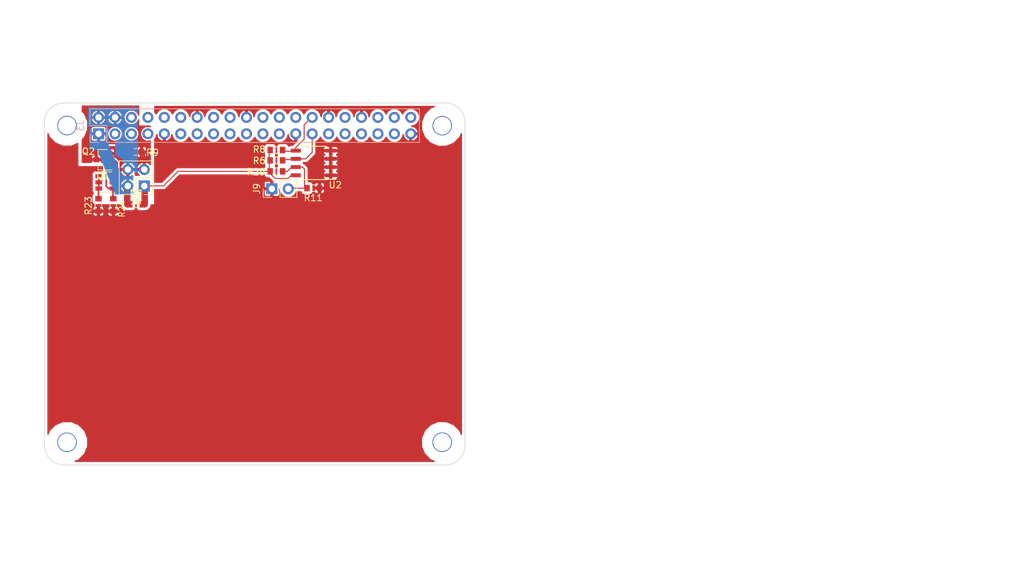
<source format=kicad_pcb>
(kicad_pcb (version 20171130) (host pcbnew no-vcs-found-c6d0075~61~ubuntu16.04.1)

  (general
    (thickness 1.6)
    (drawings 54)
    (tracks 62)
    (zones 0)
    (modules 18)
    (nets 38)
  )

  (page A4)
  (layers
    (0 F.Cu signal)
    (1 In1.Cu signal)
    (2 In2.Cu signal)
    (31 B.Cu signal)
    (32 B.Adhes user)
    (33 F.Adhes user)
    (34 B.Paste user)
    (35 F.Paste user)
    (36 B.SilkS user hide)
    (37 F.SilkS user)
    (38 B.Mask user)
    (39 F.Mask user)
    (40 Dwgs.User user)
    (41 Cmts.User user)
    (42 Eco1.User user hide)
    (43 Eco2.User user hide)
    (44 Edge.Cuts user)
    (45 Margin user hide)
    (46 B.CrtYd user hide)
    (47 F.CrtYd user hide)
    (48 B.Fab user)
    (49 F.Fab user)
  )

  (setup
    (last_trace_width 0.15)
    (user_trace_width 0.15)
    (user_trace_width 0.2)
    (user_trace_width 0.25)
    (user_trace_width 0.4)
    (user_trace_width 0.5)
    (user_trace_width 0.6)
    (user_trace_width 1)
    (user_trace_width 2)
    (trace_clearance 0.2)
    (zone_clearance 0.2)
    (zone_45_only yes)
    (trace_min 0.15)
    (segment_width 0.15)
    (edge_width 0.15)
    (via_size 0.4)
    (via_drill 0.2)
    (via_min_size 0.4)
    (via_min_drill 0.2)
    (uvia_size 0.3)
    (uvia_drill 0.1)
    (uvias_allowed no)
    (uvia_min_size 0.2)
    (uvia_min_drill 0.1)
    (pcb_text_width 0.3)
    (pcb_text_size 1.5 1.5)
    (mod_edge_width 0.15)
    (mod_text_size 0.6 0.6)
    (mod_text_width 0.09)
    (pad_size 1.524 1.524)
    (pad_drill 0.762)
    (pad_to_mask_clearance 0.1)
    (aux_axis_origin 0 0)
    (visible_elements 7FFFFE3F)
    (pcbplotparams
      (layerselection 0x010f8_80000007)
      (usegerberextensions false)
      (usegerberattributes false)
      (usegerberadvancedattributes false)
      (creategerberjobfile false)
      (excludeedgelayer false)
      (linewidth 0.100000)
      (plotframeref false)
      (viasonmask false)
      (mode 1)
      (useauxorigin false)
      (hpglpennumber 1)
      (hpglpenspeed 20)
      (hpglpendiameter 15)
      (psnegative false)
      (psa4output false)
      (plotreference true)
      (plotvalue false)
      (plotinvisibletext false)
      (padsonsilk true)
      (subtractmaskfromsilk false)
      (outputformat 1)
      (mirror false)
      (drillshape 0)
      (scaleselection 1)
      (outputdirectory prod))
  )

  (net 0 "")
  (net 1 GND)
  (net 2 /ID_SD_EEPROM)
  (net 3 /ID_SC_EEPROM)
  (net 4 "Net-(Q1-Pad1)")
  (net 5 "Net-(Q2-Pad1)")
  (net 6 /P3V3_HAT)
  (net 7 /P5V_HAT)
  (net 8 /P3V3)
  (net 9 /P5V)
  (net 10 "Net-(J9-Pad2)")
  (net 11 "Net-(J3-Pad3)")
  (net 12 "Net-(J3-Pad5)")
  (net 13 "Net-(J3-Pad7)")
  (net 14 "Net-(J3-Pad8)")
  (net 15 "Net-(J3-Pad10)")
  (net 16 "Net-(J3-Pad11)")
  (net 17 "Net-(J3-Pad12)")
  (net 18 "Net-(J3-Pad13)")
  (net 19 "Net-(J3-Pad15)")
  (net 20 "Net-(J3-Pad16)")
  (net 21 "Net-(J3-Pad17)")
  (net 22 "Net-(J3-Pad18)")
  (net 23 "Net-(J3-Pad19)")
  (net 24 "Net-(J3-Pad21)")
  (net 25 "Net-(J3-Pad22)")
  (net 26 "Net-(J3-Pad23)")
  (net 27 "Net-(J3-Pad24)")
  (net 28 "Net-(J3-Pad26)")
  (net 29 "Net-(J3-Pad29)")
  (net 30 "Net-(J3-Pad31)")
  (net 31 "Net-(J3-Pad32)")
  (net 32 "Net-(J3-Pad33)")
  (net 33 "Net-(J3-Pad35)")
  (net 34 "Net-(J3-Pad36)")
  (net 35 "Net-(J3-Pad37)")
  (net 36 "Net-(J3-Pad38)")
  (net 37 "Net-(J3-Pad40)")

  (net_class Default "This is the default net class."
    (clearance 0.2)
    (trace_width 0.15)
    (via_dia 0.4)
    (via_drill 0.2)
    (uvia_dia 0.3)
    (uvia_drill 0.1)
    (add_net /ID_SC_EEPROM)
    (add_net /ID_SD_EEPROM)
    (add_net /P3V3)
    (add_net /P3V3_HAT)
    (add_net /P5V)
    (add_net /P5V_HAT)
    (add_net GND)
    (add_net "Net-(J3-Pad10)")
    (add_net "Net-(J3-Pad11)")
    (add_net "Net-(J3-Pad12)")
    (add_net "Net-(J3-Pad13)")
    (add_net "Net-(J3-Pad15)")
    (add_net "Net-(J3-Pad16)")
    (add_net "Net-(J3-Pad17)")
    (add_net "Net-(J3-Pad18)")
    (add_net "Net-(J3-Pad19)")
    (add_net "Net-(J3-Pad21)")
    (add_net "Net-(J3-Pad22)")
    (add_net "Net-(J3-Pad23)")
    (add_net "Net-(J3-Pad24)")
    (add_net "Net-(J3-Pad26)")
    (add_net "Net-(J3-Pad29)")
    (add_net "Net-(J3-Pad3)")
    (add_net "Net-(J3-Pad31)")
    (add_net "Net-(J3-Pad32)")
    (add_net "Net-(J3-Pad33)")
    (add_net "Net-(J3-Pad35)")
    (add_net "Net-(J3-Pad36)")
    (add_net "Net-(J3-Pad37)")
    (add_net "Net-(J3-Pad38)")
    (add_net "Net-(J3-Pad40)")
    (add_net "Net-(J3-Pad5)")
    (add_net "Net-(J3-Pad7)")
    (add_net "Net-(J3-Pad8)")
    (add_net "Net-(J9-Pad2)")
    (add_net "Net-(Q1-Pad1)")
    (add_net "Net-(Q2-Pad1)")
  )

  (module Connector_PinHeader_2.54mm:PinHeader_2x02_P2.54mm_Vertical (layer F.Cu) (tedit 59FED5CC) (tstamp 5A78A54B)
    (at 93.98 73.66 180)
    (descr "Through hole straight pin header, 2x02, 2.54mm pitch, double rows")
    (tags "Through hole pin header THT 2x02 2.54mm double row")
    (path /58E13683)
    (fp_text reference J6 (at 1.27 -2.33 180) (layer F.SilkS)
      (effects (font (size 1 1) (thickness 0.15)))
    )
    (fp_text value CONN_02X02 (at -2.032 1.27 270) (layer F.Fab)
      (effects (font (size 0.6 0.6) (thickness 0.09)))
    )
    (fp_text user %R (at 1.27 1.27 270) (layer F.Fab)
      (effects (font (size 1 1) (thickness 0.15)))
    )
    (fp_line (start 4.35 -1.8) (end -1.8 -1.8) (layer F.CrtYd) (width 0.05))
    (fp_line (start 4.35 4.35) (end 4.35 -1.8) (layer F.CrtYd) (width 0.05))
    (fp_line (start -1.8 4.35) (end 4.35 4.35) (layer F.CrtYd) (width 0.05))
    (fp_line (start -1.8 -1.8) (end -1.8 4.35) (layer F.CrtYd) (width 0.05))
    (fp_line (start -1.33 -1.33) (end 0 -1.33) (layer F.SilkS) (width 0.12))
    (fp_line (start -1.33 0) (end -1.33 -1.33) (layer F.SilkS) (width 0.12))
    (fp_line (start 1.27 -1.33) (end 3.87 -1.33) (layer F.SilkS) (width 0.12))
    (fp_line (start 1.27 1.27) (end 1.27 -1.33) (layer F.SilkS) (width 0.12))
    (fp_line (start -1.33 1.27) (end 1.27 1.27) (layer F.SilkS) (width 0.12))
    (fp_line (start 3.87 -1.33) (end 3.87 3.87) (layer F.SilkS) (width 0.12))
    (fp_line (start -1.33 1.27) (end -1.33 3.87) (layer F.SilkS) (width 0.12))
    (fp_line (start -1.33 3.87) (end 3.87 3.87) (layer F.SilkS) (width 0.12))
    (fp_line (start -1.27 0) (end 0 -1.27) (layer F.Fab) (width 0.1))
    (fp_line (start -1.27 3.81) (end -1.27 0) (layer F.Fab) (width 0.1))
    (fp_line (start 3.81 3.81) (end -1.27 3.81) (layer F.Fab) (width 0.1))
    (fp_line (start 3.81 -1.27) (end 3.81 3.81) (layer F.Fab) (width 0.1))
    (fp_line (start 0 -1.27) (end 3.81 -1.27) (layer F.Fab) (width 0.1))
    (pad 4 thru_hole oval (at 2.54 2.54 180) (size 1.7 1.7) (drill 1) (layers *.Cu *.Mask)
      (net 7 /P5V_HAT))
    (pad 3 thru_hole oval (at 0 2.54 180) (size 1.7 1.7) (drill 1) (layers *.Cu *.Mask)
      (net 9 /P5V))
    (pad 2 thru_hole oval (at 2.54 0 180) (size 1.7 1.7) (drill 1) (layers *.Cu *.Mask)
      (net 6 /P3V3_HAT))
    (pad 1 thru_hole rect (at 0 0 180) (size 1.7 1.7) (drill 1) (layers *.Cu *.Mask)
      (net 8 /P3V3))
    (model ${KISYS3DMOD}/Connector_PinHeader_2.54mm.3dshapes/PinHeader_2x02_P2.54mm_Vertical.wrl
      (at (xyz 0 0 0))
      (scale (xyz 1 1 1))
      (rotate (xyz 0 0 0))
    )
  )

  (module Connector_PinHeader_2.54mm:PinHeader_1x02_P2.54mm_Vertical (layer F.Cu) (tedit 59FED5CC) (tstamp 5A78A564)
    (at 113.7 74.1 90)
    (descr "Through hole straight pin header, 1x02, 2.54mm pitch, single row")
    (tags "Through hole pin header THT 1x02 2.54mm single row")
    (path /58E18D32)
    (fp_text reference J9 (at 0 -2.33 90) (layer F.SilkS)
      (effects (font (size 1 1) (thickness 0.15)))
    )
    (fp_text value CONN_01X02 (at -1.9 1.3 180) (layer F.Fab)
      (effects (font (size 0.6 0.6) (thickness 0.09)))
    )
    (fp_line (start -0.635 -1.27) (end 1.27 -1.27) (layer F.Fab) (width 0.1))
    (fp_line (start 1.27 -1.27) (end 1.27 3.81) (layer F.Fab) (width 0.1))
    (fp_line (start 1.27 3.81) (end -1.27 3.81) (layer F.Fab) (width 0.1))
    (fp_line (start -1.27 3.81) (end -1.27 -0.635) (layer F.Fab) (width 0.1))
    (fp_line (start -1.27 -0.635) (end -0.635 -1.27) (layer F.Fab) (width 0.1))
    (fp_line (start -1.33 3.87) (end 1.33 3.87) (layer F.SilkS) (width 0.12))
    (fp_line (start -1.33 1.27) (end -1.33 3.87) (layer F.SilkS) (width 0.12))
    (fp_line (start 1.33 1.27) (end 1.33 3.87) (layer F.SilkS) (width 0.12))
    (fp_line (start -1.33 1.27) (end 1.33 1.27) (layer F.SilkS) (width 0.12))
    (fp_line (start -1.33 0) (end -1.33 -1.33) (layer F.SilkS) (width 0.12))
    (fp_line (start -1.33 -1.33) (end 0 -1.33) (layer F.SilkS) (width 0.12))
    (fp_line (start -1.8 -1.8) (end -1.8 4.35) (layer F.CrtYd) (width 0.05))
    (fp_line (start -1.8 4.35) (end 1.8 4.35) (layer F.CrtYd) (width 0.05))
    (fp_line (start 1.8 4.35) (end 1.8 -1.8) (layer F.CrtYd) (width 0.05))
    (fp_line (start 1.8 -1.8) (end -1.8 -1.8) (layer F.CrtYd) (width 0.05))
    (fp_text user %R (at 0 1.27 180) (layer F.Fab)
      (effects (font (size 1 1) (thickness 0.15)))
    )
    (pad 1 thru_hole rect (at 0 0 90) (size 1.7 1.7) (drill 1) (layers *.Cu *.Mask)
      (net 1 GND))
    (pad 2 thru_hole oval (at 0 2.54 90) (size 1.7 1.7) (drill 1) (layers *.Cu *.Mask)
      (net 10 "Net-(J9-Pad2)"))
    (model ${KISYS3DMOD}/Connector_PinHeader_2.54mm.3dshapes/PinHeader_1x02_P2.54mm_Vertical.wrl
      (at (xyz 0 0 0))
      (scale (xyz 1 1 1))
      (rotate (xyz 0 0 0))
    )
  )

  (module Connector_PinSocket_2.54mm:PinSocket_2x20_P2.54mm_Vertical locked (layer B.Cu) (tedit 5A19A433) (tstamp 5A78A50E)
    (at 86.92 65.59 270)
    (descr "Through hole straight socket strip, 2x20, 2.54mm pitch, double cols (from Kicad 4.0.7), script generated")
    (tags "Through hole socket strip THT 2x20 2.54mm double row")
    (path /58DFC771)
    (fp_text reference J3 (at -1.27 2.77 270) (layer B.SilkS)
      (effects (font (size 1 1) (thickness 0.15)) (justify mirror))
    )
    (fp_text value 40HAT (at -1.27 -51.03 270) (layer B.Fab)
      (effects (font (size 0.6 0.6) (thickness 0.09)) (justify mirror))
    )
    (fp_line (start -3.81 1.27) (end 0.27 1.27) (layer B.Fab) (width 0.1))
    (fp_line (start 0.27 1.27) (end 1.27 0.27) (layer B.Fab) (width 0.1))
    (fp_line (start 1.27 0.27) (end 1.27 -49.53) (layer B.Fab) (width 0.1))
    (fp_line (start 1.27 -49.53) (end -3.81 -49.53) (layer B.Fab) (width 0.1))
    (fp_line (start -3.81 -49.53) (end -3.81 1.27) (layer B.Fab) (width 0.1))
    (fp_line (start -3.87 1.33) (end -1.27 1.33) (layer B.SilkS) (width 0.12))
    (fp_line (start -3.87 1.33) (end -3.87 -49.59) (layer B.SilkS) (width 0.12))
    (fp_line (start -3.87 -49.59) (end 1.33 -49.59) (layer B.SilkS) (width 0.12))
    (fp_line (start 1.33 -1.27) (end 1.33 -49.59) (layer B.SilkS) (width 0.12))
    (fp_line (start -1.27 -1.27) (end 1.33 -1.27) (layer B.SilkS) (width 0.12))
    (fp_line (start -1.27 1.33) (end -1.27 -1.27) (layer B.SilkS) (width 0.12))
    (fp_line (start 1.33 1.33) (end 1.33 0) (layer B.SilkS) (width 0.12))
    (fp_line (start 0 1.33) (end 1.33 1.33) (layer B.SilkS) (width 0.12))
    (fp_line (start -4.34 1.8) (end 1.76 1.8) (layer B.CrtYd) (width 0.05))
    (fp_line (start 1.76 1.8) (end 1.76 -50) (layer B.CrtYd) (width 0.05))
    (fp_line (start 1.76 -50) (end -4.34 -50) (layer B.CrtYd) (width 0.05))
    (fp_line (start -4.34 -50) (end -4.34 1.8) (layer B.CrtYd) (width 0.05))
    (fp_text user %R (at -1.27 -24.13 180) (layer B.Fab)
      (effects (font (size 1 1) (thickness 0.15)) (justify mirror))
    )
    (pad 1 thru_hole rect (at 0 0 270) (size 1.7 1.7) (drill 1) (layers *.Cu *.Mask)
      (net 6 /P3V3_HAT))
    (pad 2 thru_hole oval (at -2.54 0 270) (size 1.7 1.7) (drill 1) (layers *.Cu *.Mask)
      (net 7 /P5V_HAT))
    (pad 3 thru_hole oval (at 0 -2.54 270) (size 1.7 1.7) (drill 1) (layers *.Cu *.Mask)
      (net 11 "Net-(J3-Pad3)"))
    (pad 4 thru_hole oval (at -2.54 -2.54 270) (size 1.7 1.7) (drill 1) (layers *.Cu *.Mask)
      (net 7 /P5V_HAT))
    (pad 5 thru_hole oval (at 0 -5.08 270) (size 1.7 1.7) (drill 1) (layers *.Cu *.Mask)
      (net 12 "Net-(J3-Pad5)"))
    (pad 6 thru_hole oval (at -2.54 -5.08 270) (size 1.7 1.7) (drill 1) (layers *.Cu *.Mask)
      (net 1 GND))
    (pad 7 thru_hole oval (at 0 -7.62 270) (size 1.7 1.7) (drill 1) (layers *.Cu *.Mask)
      (net 13 "Net-(J3-Pad7)"))
    (pad 8 thru_hole oval (at -2.54 -7.62 270) (size 1.7 1.7) (drill 1) (layers *.Cu *.Mask)
      (net 14 "Net-(J3-Pad8)"))
    (pad 9 thru_hole oval (at 0 -10.16 270) (size 1.7 1.7) (drill 1) (layers *.Cu *.Mask)
      (net 1 GND))
    (pad 10 thru_hole oval (at -2.54 -10.16 270) (size 1.7 1.7) (drill 1) (layers *.Cu *.Mask)
      (net 15 "Net-(J3-Pad10)"))
    (pad 11 thru_hole oval (at 0 -12.7 270) (size 1.7 1.7) (drill 1) (layers *.Cu *.Mask)
      (net 16 "Net-(J3-Pad11)"))
    (pad 12 thru_hole oval (at -2.54 -12.7 270) (size 1.7 1.7) (drill 1) (layers *.Cu *.Mask)
      (net 17 "Net-(J3-Pad12)"))
    (pad 13 thru_hole oval (at 0 -15.24 270) (size 1.7 1.7) (drill 1) (layers *.Cu *.Mask)
      (net 18 "Net-(J3-Pad13)"))
    (pad 14 thru_hole oval (at -2.54 -15.24 270) (size 1.7 1.7) (drill 1) (layers *.Cu *.Mask)
      (net 1 GND))
    (pad 15 thru_hole oval (at 0 -17.78 270) (size 1.7 1.7) (drill 1) (layers *.Cu *.Mask)
      (net 19 "Net-(J3-Pad15)"))
    (pad 16 thru_hole oval (at -2.54 -17.78 270) (size 1.7 1.7) (drill 1) (layers *.Cu *.Mask)
      (net 20 "Net-(J3-Pad16)"))
    (pad 17 thru_hole oval (at 0 -20.32 270) (size 1.7 1.7) (drill 1) (layers *.Cu *.Mask)
      (net 21 "Net-(J3-Pad17)"))
    (pad 18 thru_hole oval (at -2.54 -20.32 270) (size 1.7 1.7) (drill 1) (layers *.Cu *.Mask)
      (net 22 "Net-(J3-Pad18)"))
    (pad 19 thru_hole oval (at 0 -22.86 270) (size 1.7 1.7) (drill 1) (layers *.Cu *.Mask)
      (net 23 "Net-(J3-Pad19)"))
    (pad 20 thru_hole oval (at -2.54 -22.86 270) (size 1.7 1.7) (drill 1) (layers *.Cu *.Mask)
      (net 1 GND))
    (pad 21 thru_hole oval (at 0 -25.4 270) (size 1.7 1.7) (drill 1) (layers *.Cu *.Mask)
      (net 24 "Net-(J3-Pad21)"))
    (pad 22 thru_hole oval (at -2.54 -25.4 270) (size 1.7 1.7) (drill 1) (layers *.Cu *.Mask)
      (net 25 "Net-(J3-Pad22)"))
    (pad 23 thru_hole oval (at 0 -27.94 270) (size 1.7 1.7) (drill 1) (layers *.Cu *.Mask)
      (net 26 "Net-(J3-Pad23)"))
    (pad 24 thru_hole oval (at -2.54 -27.94 270) (size 1.7 1.7) (drill 1) (layers *.Cu *.Mask)
      (net 27 "Net-(J3-Pad24)"))
    (pad 25 thru_hole oval (at 0 -30.48 270) (size 1.7 1.7) (drill 1) (layers *.Cu *.Mask)
      (net 1 GND))
    (pad 26 thru_hole oval (at -2.54 -30.48 270) (size 1.7 1.7) (drill 1) (layers *.Cu *.Mask)
      (net 28 "Net-(J3-Pad26)"))
    (pad 27 thru_hole oval (at 0 -33.02 270) (size 1.7 1.7) (drill 1) (layers *.Cu *.Mask)
      (net 2 /ID_SD_EEPROM))
    (pad 28 thru_hole oval (at -2.54 -33.02 270) (size 1.7 1.7) (drill 1) (layers *.Cu *.Mask)
      (net 3 /ID_SC_EEPROM))
    (pad 29 thru_hole oval (at 0 -35.56 270) (size 1.7 1.7) (drill 1) (layers *.Cu *.Mask)
      (net 29 "Net-(J3-Pad29)"))
    (pad 30 thru_hole oval (at -2.54 -35.56 270) (size 1.7 1.7) (drill 1) (layers *.Cu *.Mask)
      (net 1 GND))
    (pad 31 thru_hole oval (at 0 -38.1 270) (size 1.7 1.7) (drill 1) (layers *.Cu *.Mask)
      (net 30 "Net-(J3-Pad31)"))
    (pad 32 thru_hole oval (at -2.54 -38.1 270) (size 1.7 1.7) (drill 1) (layers *.Cu *.Mask)
      (net 31 "Net-(J3-Pad32)"))
    (pad 33 thru_hole oval (at 0 -40.64 270) (size 1.7 1.7) (drill 1) (layers *.Cu *.Mask)
      (net 32 "Net-(J3-Pad33)"))
    (pad 34 thru_hole oval (at -2.54 -40.64 270) (size 1.7 1.7) (drill 1) (layers *.Cu *.Mask)
      (net 1 GND))
    (pad 35 thru_hole oval (at 0 -43.18 270) (size 1.7 1.7) (drill 1) (layers *.Cu *.Mask)
      (net 33 "Net-(J3-Pad35)"))
    (pad 36 thru_hole oval (at -2.54 -43.18 270) (size 1.7 1.7) (drill 1) (layers *.Cu *.Mask)
      (net 34 "Net-(J3-Pad36)"))
    (pad 37 thru_hole oval (at 0 -45.72 270) (size 1.7 1.7) (drill 1) (layers *.Cu *.Mask)
      (net 35 "Net-(J3-Pad37)"))
    (pad 38 thru_hole oval (at -2.54 -45.72 270) (size 1.7 1.7) (drill 1) (layers *.Cu *.Mask)
      (net 36 "Net-(J3-Pad38)"))
    (pad 39 thru_hole oval (at 0 -48.26 270) (size 1.7 1.7) (drill 1) (layers *.Cu *.Mask)
      (net 1 GND))
    (pad 40 thru_hole oval (at -2.54 -48.26 270) (size 1.7 1.7) (drill 1) (layers *.Cu *.Mask)
      (net 37 "Net-(J3-Pad40)"))
    (model ${KISYS3DMOD}/Connector_PinSocket_2.54mm.3dshapes/PinSocket_2x20_P2.54mm_Vertical.wrl
      (at (xyz 0 0 0))
      (scale (xyz 1 1 1))
      (rotate (xyz 0 0 0))
    )
  )

  (module Package_SOIC:SOIC-8_3.9x4.9mm_P1.27mm (layer F.Cu) (tedit 5A02F2D3) (tstamp 5A78A4F2)
    (at 120.1 70.1 180)
    (descr "8-Lead Plastic Small Outline (SN) - Narrow, 3.90 mm Body [SOIC] (see Microchip Packaging Specification 00000049BS.pdf)")
    (tags "SOIC 1.27")
    (path /58E1713F)
    (attr smd)
    (fp_text reference U2 (at -3.4 -3.4 180) (layer F.SilkS)
      (effects (font (size 1 1) (thickness 0.15)))
    )
    (fp_text value CAT24C32 (at -2.65 0.1 270) (layer F.Fab)
      (effects (font (size 0.6 0.6) (thickness 0.09)))
    )
    (fp_text user %R (at 0 0 180) (layer F.Fab)
      (effects (font (size 1 1) (thickness 0.15)))
    )
    (fp_line (start -0.95 -2.45) (end 1.95 -2.45) (layer F.Fab) (width 0.1))
    (fp_line (start 1.95 -2.45) (end 1.95 2.45) (layer F.Fab) (width 0.1))
    (fp_line (start 1.95 2.45) (end -1.95 2.45) (layer F.Fab) (width 0.1))
    (fp_line (start -1.95 2.45) (end -1.95 -1.45) (layer F.Fab) (width 0.1))
    (fp_line (start -1.95 -1.45) (end -0.95 -2.45) (layer F.Fab) (width 0.1))
    (fp_line (start -3.73 -2.7) (end -3.73 2.7) (layer F.CrtYd) (width 0.05))
    (fp_line (start 3.73 -2.7) (end 3.73 2.7) (layer F.CrtYd) (width 0.05))
    (fp_line (start -3.73 -2.7) (end 3.73 -2.7) (layer F.CrtYd) (width 0.05))
    (fp_line (start -3.73 2.7) (end 3.73 2.7) (layer F.CrtYd) (width 0.05))
    (fp_line (start -2.075 -2.575) (end -2.075 -2.525) (layer F.SilkS) (width 0.15))
    (fp_line (start 2.075 -2.575) (end 2.075 -2.43) (layer F.SilkS) (width 0.15))
    (fp_line (start 2.075 2.575) (end 2.075 2.43) (layer F.SilkS) (width 0.15))
    (fp_line (start -2.075 2.575) (end -2.075 2.43) (layer F.SilkS) (width 0.15))
    (fp_line (start -2.075 -2.575) (end 2.075 -2.575) (layer F.SilkS) (width 0.15))
    (fp_line (start -2.075 2.575) (end 2.075 2.575) (layer F.SilkS) (width 0.15))
    (fp_line (start -2.075 -2.525) (end -3.475 -2.525) (layer F.SilkS) (width 0.15))
    (pad 1 smd rect (at -2.7 -1.905 180) (size 1.55 0.6) (layers F.Cu F.Paste F.Mask)
      (net 1 GND))
    (pad 2 smd rect (at -2.7 -0.635 180) (size 1.55 0.6) (layers F.Cu F.Paste F.Mask)
      (net 1 GND))
    (pad 3 smd rect (at -2.7 0.635 180) (size 1.55 0.6) (layers F.Cu F.Paste F.Mask)
      (net 1 GND))
    (pad 4 smd rect (at -2.7 1.905 180) (size 1.55 0.6) (layers F.Cu F.Paste F.Mask)
      (net 1 GND))
    (pad 5 smd rect (at 2.7 1.905 180) (size 1.55 0.6) (layers F.Cu F.Paste F.Mask)
      (net 3 /ID_SC_EEPROM))
    (pad 6 smd rect (at 2.7 0.635 180) (size 1.55 0.6) (layers F.Cu F.Paste F.Mask)
      (net 2 /ID_SD_EEPROM))
    (pad 7 smd rect (at 2.7 -0.635 180) (size 1.55 0.6) (layers F.Cu F.Paste F.Mask)
      (net 10 "Net-(J9-Pad2)"))
    (pad 8 smd rect (at 2.7 -1.905 180) (size 1.55 0.6) (layers F.Cu F.Paste F.Mask)
      (net 8 /P3V3))
    (model ${KISYS3DMOD}/Package_SO.3dshapes/SOIC-8_3.9x4.9mm_P1.27mm.wrl
      (at (xyz 0 0 0))
      (scale (xyz 1 1 1))
      (rotate (xyz 0 0 0))
    )
  )

  (module Package_TO_SOT_SMD:SOT-23 (layer F.Cu) (tedit 5A6D06A4) (tstamp 5A78A4DE)
    (at 87.6 69.6 180)
    (descr "SOT-23, Standard")
    (tags SOT-23)
    (path /58E14EB1)
    (attr smd)
    (fp_text reference Q1 (at 0 -2.5 180) (layer F.SilkS)
      (effects (font (size 1 1) (thickness 0.15)))
    )
    (fp_text value DMG2305UX (at 1.494 2.036) (layer F.Fab)
      (effects (font (size 0.6 0.6) (thickness 0.09)))
    )
    (fp_text user %R (at 0 0 270) (layer F.Fab)
      (effects (font (size 0.5 0.5) (thickness 0.075)))
    )
    (fp_line (start -0.7 -0.95) (end -0.7 1.5) (layer F.Fab) (width 0.1))
    (fp_line (start -0.15 -1.52) (end 0.7 -1.52) (layer F.Fab) (width 0.1))
    (fp_line (start -0.7 -0.95) (end -0.15 -1.52) (layer F.Fab) (width 0.1))
    (fp_line (start 0.7 -1.52) (end 0.7 1.52) (layer F.Fab) (width 0.1))
    (fp_line (start -0.7 1.52) (end 0.7 1.52) (layer F.Fab) (width 0.1))
    (fp_line (start 0.76 1.58) (end 0.76 0.65) (layer F.SilkS) (width 0.12))
    (fp_line (start 0.76 -1.58) (end 0.76 -0.65) (layer F.SilkS) (width 0.12))
    (fp_line (start -1.7 -1.75) (end 1.7 -1.75) (layer F.CrtYd) (width 0.05))
    (fp_line (start 1.7 -1.75) (end 1.7 1.75) (layer F.CrtYd) (width 0.05))
    (fp_line (start 1.7 1.75) (end -1.7 1.75) (layer F.CrtYd) (width 0.05))
    (fp_line (start -1.7 1.75) (end -1.7 -1.75) (layer F.CrtYd) (width 0.05))
    (fp_line (start 0.76 -1.58) (end -1.4 -1.58) (layer F.SilkS) (width 0.12))
    (fp_line (start 0.76 1.58) (end -0.7 1.58) (layer F.SilkS) (width 0.12))
    (pad 1 smd rect (at -1 -0.95 180) (size 0.9 0.8) (layers F.Cu F.Paste F.Mask)
      (net 4 "Net-(Q1-Pad1)"))
    (pad 2 smd rect (at -1 0.95 180) (size 0.9 0.8) (layers F.Cu F.Paste F.Mask)
      (net 7 /P5V_HAT))
    (pad 3 smd rect (at 1 0 180) (size 0.9 0.8) (layers F.Cu F.Paste F.Mask)
      (net 9 /P5V))
    (model ${KISYS3DMOD}/Package_TO_SOT_SMD.3dshapes/SOT-23.wrl
      (at (xyz 0 0 0))
      (scale (xyz 1 1 1))
      (rotate (xyz 0 0 0))
    )
  )

  (module Package_TO_SOT_SMD:SOT-23-6 (layer F.Cu) (tedit 5A02FF57) (tstamp 5A78A4C9)
    (at 88.05 73.1)
    (descr "6-pin SOT-23 package")
    (tags SOT-23-6)
    (path /58E1538B)
    (attr smd)
    (fp_text reference Q2 (at -2.706 -4.774) (layer F.SilkS)
      (effects (font (size 1 1) (thickness 0.15)))
    )
    (fp_text value DMMT5401 (at -2.452 -0.202 90) (layer F.Fab)
      (effects (font (size 0.6 0.6) (thickness 0.09)))
    )
    (fp_text user %R (at 0 0 90) (layer F.Fab)
      (effects (font (size 0.5 0.5) (thickness 0.075)))
    )
    (fp_line (start -0.9 1.61) (end 0.9 1.61) (layer F.SilkS) (width 0.12))
    (fp_line (start 0.9 -1.61) (end -1.55 -1.61) (layer F.SilkS) (width 0.12))
    (fp_line (start 1.9 -1.8) (end -1.9 -1.8) (layer F.CrtYd) (width 0.05))
    (fp_line (start 1.9 1.8) (end 1.9 -1.8) (layer F.CrtYd) (width 0.05))
    (fp_line (start -1.9 1.8) (end 1.9 1.8) (layer F.CrtYd) (width 0.05))
    (fp_line (start -1.9 -1.8) (end -1.9 1.8) (layer F.CrtYd) (width 0.05))
    (fp_line (start -0.9 -0.9) (end -0.25 -1.55) (layer F.Fab) (width 0.1))
    (fp_line (start 0.9 -1.55) (end -0.25 -1.55) (layer F.Fab) (width 0.1))
    (fp_line (start -0.9 -0.9) (end -0.9 1.55) (layer F.Fab) (width 0.1))
    (fp_line (start 0.9 1.55) (end -0.9 1.55) (layer F.Fab) (width 0.1))
    (fp_line (start 0.9 -1.55) (end 0.9 1.55) (layer F.Fab) (width 0.1))
    (pad 1 smd rect (at -1.1 -0.95) (size 1.06 0.65) (layers F.Cu F.Paste F.Mask)
      (net 5 "Net-(Q2-Pad1)"))
    (pad 2 smd rect (at -1.1 0) (size 1.06 0.65) (layers F.Cu F.Paste F.Mask)
      (net 5 "Net-(Q2-Pad1)"))
    (pad 3 smd rect (at -1.1 0.95) (size 1.06 0.65) (layers F.Cu F.Paste F.Mask)
      (net 5 "Net-(Q2-Pad1)"))
    (pad 4 smd rect (at 1.1 0.95) (size 1.06 0.65) (layers F.Cu F.Paste F.Mask)
      (net 4 "Net-(Q1-Pad1)"))
    (pad 6 smd rect (at 1.1 -0.95) (size 1.06 0.65) (layers F.Cu F.Paste F.Mask)
      (net 9 /P5V))
    (pad 5 smd rect (at 1.1 0) (size 1.06 0.65) (layers F.Cu F.Paste F.Mask)
      (net 7 /P5V_HAT))
    (model ${KISYS3DMOD}/Package_TO_SOT_SMD.3dshapes/SOT-23-6.wrl
      (at (xyz 0 0 0))
      (scale (xyz 1 1 1))
      (rotate (xyz 0 0 0))
    )
  )

  (module Resistor_SMD:R_0603_1608Metric_Pad0.84x1.00mm_HandSolder (layer F.Cu) (tedit 59FE48B8) (tstamp 5A78A4B9)
    (at 114.4 69.7)
    (descr "Resistor SMD 0603 (1608 Metric), square (rectangular) end terminal, IPC_7351 nominal with elongated pad for handsoldering. (Body size source: http://www.tortai-tech.com/upload/download/2011102023233369053.pdf), generated with kicad-footprint-generator")
    (tags "resistor handsolder")
    (path /58E17715)
    (attr smd)
    (fp_text reference R6 (at -2.65 0.05) (layer F.SilkS)
      (effects (font (size 1 1) (thickness 0.15)))
    )
    (fp_text value 3.9K (at 1.85 0.05) (layer F.Fab)
      (effects (font (size 0.6 0.6) (thickness 0.09)))
    )
    (fp_text user %R (at 0 0) (layer F.Fab)
      (effects (font (size 0.5 0.5) (thickness 0.08)))
    )
    (fp_line (start 1.64 0.75) (end -1.64 0.75) (layer F.CrtYd) (width 0.05))
    (fp_line (start 1.64 -0.75) (end 1.64 0.75) (layer F.CrtYd) (width 0.05))
    (fp_line (start -1.64 -0.75) (end 1.64 -0.75) (layer F.CrtYd) (width 0.05))
    (fp_line (start -1.64 0.75) (end -1.64 -0.75) (layer F.CrtYd) (width 0.05))
    (fp_line (start -0.22 0.51) (end 0.22 0.51) (layer F.SilkS) (width 0.12))
    (fp_line (start -0.22 -0.51) (end 0.22 -0.51) (layer F.SilkS) (width 0.12))
    (fp_line (start 0.8 0.4) (end -0.8 0.4) (layer F.Fab) (width 0.1))
    (fp_line (start 0.8 -0.4) (end 0.8 0.4) (layer F.Fab) (width 0.1))
    (fp_line (start -0.8 -0.4) (end 0.8 -0.4) (layer F.Fab) (width 0.1))
    (fp_line (start -0.8 0.4) (end -0.8 -0.4) (layer F.Fab) (width 0.1))
    (pad 2 smd rect (at 0.9625 0) (size 0.845 1) (layers F.Cu F.Paste F.Mask)
      (net 2 /ID_SD_EEPROM))
    (pad 1 smd rect (at -0.9625 0) (size 0.845 1) (layers F.Cu F.Paste F.Mask)
      (net 8 /P3V3))
    (model ${KISYS3DMOD}/Resistor_SMD.3dshapes/R_0603_1608Metric.wrl
      (at (xyz 0 0 0))
      (scale (xyz 1 1 1))
      (rotate (xyz 0 0 0))
    )
  )

  (module Resistor_SMD:R_0603_1608Metric_Pad0.84x1.00mm_HandSolder (layer F.Cu) (tedit 59FE48B8) (tstamp 5A78A4A9)
    (at 114.4 71.4)
    (descr "Resistor SMD 0603 (1608 Metric), square (rectangular) end terminal, IPC_7351 nominal with elongated pad for handsoldering. (Body size source: http://www.tortai-tech.com/upload/download/2011102023233369053.pdf), generated with kicad-footprint-generator")
    (tags "resistor handsolder")
    (path /58E19E51)
    (attr smd)
    (fp_text reference R29 (at -3.15 0.1) (layer F.SilkS)
      (effects (font (size 1 1) (thickness 0.15)))
    )
    (fp_text value 10K (at 1.85 -0.15) (layer F.Fab)
      (effects (font (size 0.6 0.6) (thickness 0.09)))
    )
    (fp_line (start -0.8 0.4) (end -0.8 -0.4) (layer F.Fab) (width 0.1))
    (fp_line (start -0.8 -0.4) (end 0.8 -0.4) (layer F.Fab) (width 0.1))
    (fp_line (start 0.8 -0.4) (end 0.8 0.4) (layer F.Fab) (width 0.1))
    (fp_line (start 0.8 0.4) (end -0.8 0.4) (layer F.Fab) (width 0.1))
    (fp_line (start -0.22 -0.51) (end 0.22 -0.51) (layer F.SilkS) (width 0.12))
    (fp_line (start -0.22 0.51) (end 0.22 0.51) (layer F.SilkS) (width 0.12))
    (fp_line (start -1.64 0.75) (end -1.64 -0.75) (layer F.CrtYd) (width 0.05))
    (fp_line (start -1.64 -0.75) (end 1.64 -0.75) (layer F.CrtYd) (width 0.05))
    (fp_line (start 1.64 -0.75) (end 1.64 0.75) (layer F.CrtYd) (width 0.05))
    (fp_line (start 1.64 0.75) (end -1.64 0.75) (layer F.CrtYd) (width 0.05))
    (fp_text user %R (at 0 0) (layer F.Fab)
      (effects (font (size 0.5 0.5) (thickness 0.08)))
    )
    (pad 1 smd rect (at -0.9625 0) (size 0.845 1) (layers F.Cu F.Paste F.Mask)
      (net 8 /P3V3))
    (pad 2 smd rect (at 0.9625 0) (size 0.845 1) (layers F.Cu F.Paste F.Mask)
      (net 10 "Net-(J9-Pad2)"))
    (model ${KISYS3DMOD}/Resistor_SMD.3dshapes/R_0603_1608Metric.wrl
      (at (xyz 0 0 0))
      (scale (xyz 1 1 1))
      (rotate (xyz 0 0 0))
    )
  )

  (module Resistor_SMD:R_0603_1608Metric_Pad0.84x1.00mm_HandSolder (layer F.Cu) (tedit 5A6D0771) (tstamp 5A78A499)
    (at 89.2 76.6 270)
    (descr "Resistor SMD 0603 (1608 Metric), square (rectangular) end terminal, IPC_7351 nominal with elongated pad for handsoldering. (Body size source: http://www.tortai-tech.com/upload/download/2011102023233369053.pdf), generated with kicad-footprint-generator")
    (tags "resistor handsolder")
    (path /58E158A1)
    (attr smd)
    (fp_text reference R24 (at 0.616 -1.3 270) (layer F.SilkS)
      (effects (font (size 0.9 0.9) (thickness 0.13)))
    )
    (fp_text value 22 (at 0 1.65 270) (layer F.Fab)
      (effects (font (size 0.6 0.6) (thickness 0.09)))
    )
    (fp_text user %R (at 0 0 270) (layer F.Fab)
      (effects (font (size 0.5 0.5) (thickness 0.08)))
    )
    (fp_line (start 1.64 0.75) (end -1.64 0.75) (layer F.CrtYd) (width 0.05))
    (fp_line (start 1.64 -0.75) (end 1.64 0.75) (layer F.CrtYd) (width 0.05))
    (fp_line (start -1.64 -0.75) (end 1.64 -0.75) (layer F.CrtYd) (width 0.05))
    (fp_line (start -1.64 0.75) (end -1.64 -0.75) (layer F.CrtYd) (width 0.05))
    (fp_line (start -0.22 0.51) (end 0.22 0.51) (layer F.SilkS) (width 0.12))
    (fp_line (start -0.22 -0.51) (end 0.22 -0.51) (layer F.SilkS) (width 0.12))
    (fp_line (start 0.8 0.4) (end -0.8 0.4) (layer F.Fab) (width 0.1))
    (fp_line (start 0.8 -0.4) (end 0.8 0.4) (layer F.Fab) (width 0.1))
    (fp_line (start -0.8 -0.4) (end 0.8 -0.4) (layer F.Fab) (width 0.1))
    (fp_line (start -0.8 0.4) (end -0.8 -0.4) (layer F.Fab) (width 0.1))
    (pad 2 smd rect (at 0.9625 0 270) (size 0.845 1) (layers F.Cu F.Paste F.Mask)
      (net 1 GND))
    (pad 1 smd rect (at -0.9625 0 270) (size 0.845 1) (layers F.Cu F.Paste F.Mask)
      (net 4 "Net-(Q1-Pad1)"))
    (model ${KISYS3DMOD}/Resistor_SMD.3dshapes/R_0603_1608Metric.wrl
      (at (xyz 0 0 0))
      (scale (xyz 1 1 1))
      (rotate (xyz 0 0 0))
    )
  )

  (module Resistor_SMD:R_0603_1608Metric_Pad0.84x1.00mm_HandSolder (layer F.Cu) (tedit 59FE48B8) (tstamp 5A78A489)
    (at 86.9 76.6 270)
    (descr "Resistor SMD 0603 (1608 Metric), square (rectangular) end terminal, IPC_7351 nominal with elongated pad for handsoldering. (Body size source: http://www.tortai-tech.com/upload/download/2011102023233369053.pdf), generated with kicad-footprint-generator")
    (tags "resistor handsolder")
    (path /58E15896)
    (attr smd)
    (fp_text reference R23 (at 0.108 1.556 90) (layer F.SilkS)
      (effects (font (size 1 1) (thickness 0.15)))
    )
    (fp_text value 22 (at 0 0.794 270) (layer F.Fab)
      (effects (font (size 0.6 0.6) (thickness 0.09)))
    )
    (fp_line (start -0.8 0.4) (end -0.8 -0.4) (layer F.Fab) (width 0.1))
    (fp_line (start -0.8 -0.4) (end 0.8 -0.4) (layer F.Fab) (width 0.1))
    (fp_line (start 0.8 -0.4) (end 0.8 0.4) (layer F.Fab) (width 0.1))
    (fp_line (start 0.8 0.4) (end -0.8 0.4) (layer F.Fab) (width 0.1))
    (fp_line (start -0.22 -0.51) (end 0.22 -0.51) (layer F.SilkS) (width 0.12))
    (fp_line (start -0.22 0.51) (end 0.22 0.51) (layer F.SilkS) (width 0.12))
    (fp_line (start -1.64 0.75) (end -1.64 -0.75) (layer F.CrtYd) (width 0.05))
    (fp_line (start -1.64 -0.75) (end 1.64 -0.75) (layer F.CrtYd) (width 0.05))
    (fp_line (start 1.64 -0.75) (end 1.64 0.75) (layer F.CrtYd) (width 0.05))
    (fp_line (start 1.64 0.75) (end -1.64 0.75) (layer F.CrtYd) (width 0.05))
    (fp_text user %R (at 0 0 270) (layer F.Fab)
      (effects (font (size 0.5 0.5) (thickness 0.08)))
    )
    (pad 1 smd rect (at -0.9625 0 270) (size 0.845 1) (layers F.Cu F.Paste F.Mask)
      (net 5 "Net-(Q2-Pad1)"))
    (pad 2 smd rect (at 0.9625 0 270) (size 0.845 1) (layers F.Cu F.Paste F.Mask)
      (net 1 GND))
    (model ${KISYS3DMOD}/Resistor_SMD.3dshapes/R_0603_1608Metric.wrl
      (at (xyz 0 0 0))
      (scale (xyz 1 1 1))
      (rotate (xyz 0 0 0))
    )
  )

  (module Resistor_SMD:R_0603_1608Metric_Pad0.84x1.00mm_HandSolder (layer F.Cu) (tedit 59FE48B8) (tstamp 5A78A479)
    (at 120.1 74)
    (descr "Resistor SMD 0603 (1608 Metric), square (rectangular) end terminal, IPC_7351 nominal with elongated pad for handsoldering. (Body size source: http://www.tortai-tech.com/upload/download/2011102023233369053.pdf), generated with kicad-footprint-generator")
    (tags "resistor handsolder")
    (path /58E22900)
    (attr smd)
    (fp_text reference R11 (at 0 1.5) (layer F.SilkS)
      (effects (font (size 1 1) (thickness 0.15)))
    )
    (fp_text value DNP (at 0 1.65) (layer F.Fab)
      (effects (font (size 0.6 0.6) (thickness 0.09)))
    )
    (fp_text user %R (at 0 0) (layer F.Fab)
      (effects (font (size 0.5 0.5) (thickness 0.08)))
    )
    (fp_line (start 1.64 0.75) (end -1.64 0.75) (layer F.CrtYd) (width 0.05))
    (fp_line (start 1.64 -0.75) (end 1.64 0.75) (layer F.CrtYd) (width 0.05))
    (fp_line (start -1.64 -0.75) (end 1.64 -0.75) (layer F.CrtYd) (width 0.05))
    (fp_line (start -1.64 0.75) (end -1.64 -0.75) (layer F.CrtYd) (width 0.05))
    (fp_line (start -0.22 0.51) (end 0.22 0.51) (layer F.SilkS) (width 0.12))
    (fp_line (start -0.22 -0.51) (end 0.22 -0.51) (layer F.SilkS) (width 0.12))
    (fp_line (start 0.8 0.4) (end -0.8 0.4) (layer F.Fab) (width 0.1))
    (fp_line (start 0.8 -0.4) (end 0.8 0.4) (layer F.Fab) (width 0.1))
    (fp_line (start -0.8 -0.4) (end 0.8 -0.4) (layer F.Fab) (width 0.1))
    (fp_line (start -0.8 0.4) (end -0.8 -0.4) (layer F.Fab) (width 0.1))
    (pad 2 smd rect (at 0.9625 0) (size 0.845 1) (layers F.Cu F.Paste F.Mask)
      (net 1 GND))
    (pad 1 smd rect (at -0.9625 0) (size 0.845 1) (layers F.Cu F.Paste F.Mask)
      (net 10 "Net-(J9-Pad2)"))
    (model ${KISYS3DMOD}/Resistor_SMD.3dshapes/R_0603_1608Metric.wrl
      (at (xyz 0 0 0))
      (scale (xyz 1 1 1))
      (rotate (xyz 0 0 0))
    )
  )

  (module Resistor_SMD:R_0603_1608Metric_Pad0.84x1.00mm_HandSolder (layer F.Cu) (tedit 59FE48B8) (tstamp 5A78A469)
    (at 114.4 68.1)
    (descr "Resistor SMD 0603 (1608 Metric), square (rectangular) end terminal, IPC_7351 nominal with elongated pad for handsoldering. (Body size source: http://www.tortai-tech.com/upload/download/2011102023233369053.pdf), generated with kicad-footprint-generator")
    (tags "resistor handsolder")
    (path /58E17720)
    (attr smd)
    (fp_text reference R8 (at -2.65 -0.1) (layer F.SilkS)
      (effects (font (size 1 1) (thickness 0.15)))
    )
    (fp_text value 3.9K (at 1.85 -0.1) (layer F.Fab)
      (effects (font (size 0.6 0.6) (thickness 0.09)))
    )
    (fp_line (start -0.8 0.4) (end -0.8 -0.4) (layer F.Fab) (width 0.1))
    (fp_line (start -0.8 -0.4) (end 0.8 -0.4) (layer F.Fab) (width 0.1))
    (fp_line (start 0.8 -0.4) (end 0.8 0.4) (layer F.Fab) (width 0.1))
    (fp_line (start 0.8 0.4) (end -0.8 0.4) (layer F.Fab) (width 0.1))
    (fp_line (start -0.22 -0.51) (end 0.22 -0.51) (layer F.SilkS) (width 0.12))
    (fp_line (start -0.22 0.51) (end 0.22 0.51) (layer F.SilkS) (width 0.12))
    (fp_line (start -1.64 0.75) (end -1.64 -0.75) (layer F.CrtYd) (width 0.05))
    (fp_line (start -1.64 -0.75) (end 1.64 -0.75) (layer F.CrtYd) (width 0.05))
    (fp_line (start 1.64 -0.75) (end 1.64 0.75) (layer F.CrtYd) (width 0.05))
    (fp_line (start 1.64 0.75) (end -1.64 0.75) (layer F.CrtYd) (width 0.05))
    (fp_text user %R (at 0 0) (layer F.Fab)
      (effects (font (size 0.5 0.5) (thickness 0.08)))
    )
    (pad 1 smd rect (at -0.9625 0) (size 0.845 1) (layers F.Cu F.Paste F.Mask)
      (net 8 /P3V3))
    (pad 2 smd rect (at 0.9625 0) (size 0.845 1) (layers F.Cu F.Paste F.Mask)
      (net 3 /ID_SC_EEPROM))
    (model ${KISYS3DMOD}/Resistor_SMD.3dshapes/R_0603_1608Metric.wrl
      (at (xyz 0 0 0))
      (scale (xyz 1 1 1))
      (rotate (xyz 0 0 0))
    )
  )

  (module Resistor_SMD:R_0603_1608Metric_Pad0.84x1.00mm_HandSolder (layer F.Cu) (tedit 59FE48B8) (tstamp 5A78A459)
    (at 92.7 76.5)
    (descr "Resistor SMD 0603 (1608 Metric), square (rectangular) end terminal, IPC_7351 nominal with elongated pad for handsoldering. (Body size source: http://www.tortai-tech.com/upload/download/2011102023233369053.pdf), generated with kicad-footprint-generator")
    (tags "resistor handsolder")
    (path /58E22085)
    (attr smd)
    (fp_text reference R7 (at 0 -1.65) (layer F.SilkS)
      (effects (font (size 1 1) (thickness 0.15)))
    )
    (fp_text value DNP (at 0 1.65) (layer F.Fab)
      (effects (font (size 0.6 0.6) (thickness 0.09)))
    )
    (fp_text user %R (at 0 0) (layer F.Fab)
      (effects (font (size 0.5 0.5) (thickness 0.08)))
    )
    (fp_line (start 1.64 0.75) (end -1.64 0.75) (layer F.CrtYd) (width 0.05))
    (fp_line (start 1.64 -0.75) (end 1.64 0.75) (layer F.CrtYd) (width 0.05))
    (fp_line (start -1.64 -0.75) (end 1.64 -0.75) (layer F.CrtYd) (width 0.05))
    (fp_line (start -1.64 0.75) (end -1.64 -0.75) (layer F.CrtYd) (width 0.05))
    (fp_line (start -0.22 0.51) (end 0.22 0.51) (layer F.SilkS) (width 0.12))
    (fp_line (start -0.22 -0.51) (end 0.22 -0.51) (layer F.SilkS) (width 0.12))
    (fp_line (start 0.8 0.4) (end -0.8 0.4) (layer F.Fab) (width 0.1))
    (fp_line (start 0.8 -0.4) (end 0.8 0.4) (layer F.Fab) (width 0.1))
    (fp_line (start -0.8 -0.4) (end 0.8 -0.4) (layer F.Fab) (width 0.1))
    (fp_line (start -0.8 0.4) (end -0.8 -0.4) (layer F.Fab) (width 0.1))
    (pad 2 smd rect (at 0.9625 0) (size 0.845 1) (layers F.Cu F.Paste F.Mask)
      (net 8 /P3V3))
    (pad 1 smd rect (at -0.9625 0) (size 0.845 1) (layers F.Cu F.Paste F.Mask)
      (net 6 /P3V3_HAT))
    (model ${KISYS3DMOD}/Resistor_SMD.3dshapes/R_0603_1608Metric.wrl
      (at (xyz 0 0 0))
      (scale (xyz 1 1 1))
      (rotate (xyz 0 0 0))
    )
  )

  (module Resistor_SMD:R_0603_1608Metric_Pad0.84x1.00mm_HandSolder (layer F.Cu) (tedit 59FE48B8) (tstamp 5A78A449)
    (at 92.6 68.4)
    (descr "Resistor SMD 0603 (1608 Metric), square (rectangular) end terminal, IPC_7351 nominal with elongated pad for handsoldering. (Body size source: http://www.tortai-tech.com/upload/download/2011102023233369053.pdf), generated with kicad-footprint-generator")
    (tags "resistor handsolder")
    (path /58E2218F)
    (attr smd)
    (fp_text reference R9 (at 2.65 0.1) (layer F.SilkS)
      (effects (font (size 1 1) (thickness 0.15)))
    )
    (fp_text value DNP (at 1.634 -0.836) (layer F.Fab)
      (effects (font (size 0.6 0.6) (thickness 0.09)))
    )
    (fp_line (start -0.8 0.4) (end -0.8 -0.4) (layer F.Fab) (width 0.1))
    (fp_line (start -0.8 -0.4) (end 0.8 -0.4) (layer F.Fab) (width 0.1))
    (fp_line (start 0.8 -0.4) (end 0.8 0.4) (layer F.Fab) (width 0.1))
    (fp_line (start 0.8 0.4) (end -0.8 0.4) (layer F.Fab) (width 0.1))
    (fp_line (start -0.22 -0.51) (end 0.22 -0.51) (layer F.SilkS) (width 0.12))
    (fp_line (start -0.22 0.51) (end 0.22 0.51) (layer F.SilkS) (width 0.12))
    (fp_line (start -1.64 0.75) (end -1.64 -0.75) (layer F.CrtYd) (width 0.05))
    (fp_line (start -1.64 -0.75) (end 1.64 -0.75) (layer F.CrtYd) (width 0.05))
    (fp_line (start 1.64 -0.75) (end 1.64 0.75) (layer F.CrtYd) (width 0.05))
    (fp_line (start 1.64 0.75) (end -1.64 0.75) (layer F.CrtYd) (width 0.05))
    (fp_text user %R (at 0 0) (layer F.Fab)
      (effects (font (size 0.5 0.5) (thickness 0.08)))
    )
    (pad 1 smd rect (at -0.9625 0) (size 0.845 1) (layers F.Cu F.Paste F.Mask)
      (net 7 /P5V_HAT))
    (pad 2 smd rect (at 0.9625 0) (size 0.845 1) (layers F.Cu F.Paste F.Mask)
      (net 9 /P5V))
    (model ${KISYS3DMOD}/Resistor_SMD.3dshapes/R_0603_1608Metric.wrl
      (at (xyz 0 0 0))
      (scale (xyz 1 1 1))
      (rotate (xyz 0 0 0))
    )
  )

  (module project_footprints:NPTH_3mm_ID locked (layer F.Cu) (tedit 5A6D0885) (tstamp 58E3B082)
    (at 82.04 64.31)
    (path /5834BC4A)
    (fp_text reference H1 (at 0.06 0.09) (layer F.SilkS)
      (effects (font (size 1 1) (thickness 0.15)))
    )
    (fp_text value 3mm_Mounting_Hole (at 0 -2.7) (layer F.Fab) hide
      (effects (font (size 0.6 0.6) (thickness 0.09)))
    )
    (pad "" np_thru_hole circle (at 0 0) (size 3 3) (drill 2.75) (layers *.Cu *.Mask)
      (clearance 1.6))
  )

  (module project_footprints:NPTH_3mm_ID locked (layer F.Cu) (tedit 5A6D088A) (tstamp 58E3B086)
    (at 140.04 64.33)
    (path /5834BCDF)
    (fp_text reference H2 (at 0.06 0.09) (layer F.SilkS)
      (effects (font (size 1 1) (thickness 0.15)))
    )
    (fp_text value 3mm_Mounting_Hole (at 0 -2.7) (layer F.Fab) hide
      (effects (font (size 0.6 0.6) (thickness 0.09)))
    )
    (pad "" np_thru_hole circle (at 0 0) (size 3 3) (drill 2.75) (layers *.Cu *.Mask)
      (clearance 1.6))
  )

  (module project_footprints:NPTH_3mm_ID locked (layer F.Cu) (tedit 5A6D0898) (tstamp 58E3B08A)
    (at 82.04 113.32)
    (path /5834BD62)
    (fp_text reference H3 (at 0.06 0.09) (layer F.SilkS)
      (effects (font (size 1 1) (thickness 0.15)))
    )
    (fp_text value 3mm_Mounting_Hole (at 0 -2.7) (layer F.Fab) hide
      (effects (font (size 0.6 0.6) (thickness 0.09)))
    )
    (pad "" np_thru_hole circle (at 0 0) (size 3 3) (drill 2.75) (layers *.Cu *.Mask)
      (clearance 1.6))
  )

  (module project_footprints:NPTH_3mm_ID locked (layer F.Cu) (tedit 5A6D0891) (tstamp 58E3B08E)
    (at 140.03 113.31)
    (path /5834BDED)
    (fp_text reference H4 (at 0.06 0.09) (layer F.SilkS)
      (effects (font (size 1 1) (thickness 0.15)))
    )
    (fp_text value 3mm_Mounting_Hole (at 0 -2.7) (layer F.Fab) hide
      (effects (font (size 0.6 0.6) (thickness 0.09)))
    )
    (pad "" np_thru_hole circle (at 0 0) (size 3 3) (drill 2.75) (layers *.Cu *.Mask)
      (clearance 1.6))
  )

  (gr_text "If you want to use an SMT 40-pin header, please move the top edge up \nby 0.5mm and locate the header in the same location as the current TH part." (at 117.3 47.5) (layer Cmts.User)
    (effects (font (size 1.5 1.5) (thickness 0.3)))
  )
  (gr_text "This is a HAT compatible PCB starting design based on the official\nRaspberry Pi specs at:\nhttps://github.com/raspberrypi/hats/blob/master/designguide.md\n\nCurrently the camera slot and display cutout are not here. \nSee the schematic for the details on the EEPROM and power setup.\n\nThis board does have the correct components for powering the Pi via\nthe HAT. If you need the Pi to provide 5V or 3.3V, please remove or\nconnect the appropriate components." (at 189.4 83.7) (layer Cmts.User)
    (effects (font (size 1.5 1.5) (thickness 0.3)))
  )
  (gr_line (start 78.546356 63.817611) (end 78.546356 113.817611) (layer Edge.Cuts) (width 0.1))
  (gr_arc (start 81.546356 63.817611) (end 81.546356 60.817611) (angle -90) (layer Edge.Cuts) (width 0.1))
  (gr_line (start 140.546356 60.817611) (end 81.546356 60.817611) (layer Edge.Cuts) (width 0.1))
  (gr_arc (start 140.546356 63.817611) (end 143.546356 63.817611) (angle -90) (layer Edge.Cuts) (width 0.1))
  (gr_line (start 143.546356 113.817611) (end 143.546356 63.817611) (layer Edge.Cuts) (width 0.1))
  (gr_circle (center 86.916356 63.047611) (end 87.416356 63.047611) (layer Dwgs.User) (width 0.1))
  (gr_circle (center 135.176356 63.047611) (end 135.676356 63.047611) (layer Dwgs.User) (width 0.1))
  (gr_circle (center 132.636356 63.047611) (end 133.136356 63.047611) (layer Dwgs.User) (width 0.1))
  (gr_circle (center 130.096356 63.047611) (end 130.596356 63.047611) (layer Dwgs.User) (width 0.1))
  (gr_circle (center 127.556356 63.047611) (end 128.056356 63.047611) (layer Dwgs.User) (width 0.1))
  (gr_circle (center 125.016356 63.047611) (end 125.516356 63.047611) (layer Dwgs.User) (width 0.1))
  (gr_circle (center 122.476356 63.047611) (end 122.976356 63.047611) (layer Dwgs.User) (width 0.1))
  (gr_circle (center 119.936356 63.047611) (end 120.436356 63.047611) (layer Dwgs.User) (width 0.1))
  (gr_circle (center 117.396356 63.047611) (end 117.896356 63.047611) (layer Dwgs.User) (width 0.1))
  (gr_circle (center 114.856356 63.047611) (end 115.356356 63.047611) (layer Dwgs.User) (width 0.1))
  (gr_circle (center 112.316356 63.047611) (end 112.816356 63.047611) (layer Dwgs.User) (width 0.1))
  (gr_circle (center 109.776356 63.047611) (end 110.276356 63.047611) (layer Dwgs.User) (width 0.1))
  (gr_circle (center 107.236356 63.047611) (end 107.736356 63.047611) (layer Dwgs.User) (width 0.1))
  (gr_circle (center 104.696356 63.047611) (end 105.196356 63.047611) (layer Dwgs.User) (width 0.1))
  (gr_circle (center 102.156356 63.047611) (end 102.656356 63.047611) (layer Dwgs.User) (width 0.1))
  (gr_circle (center 99.616356 63.047611) (end 100.116356 63.047611) (layer Dwgs.User) (width 0.1))
  (gr_circle (center 97.076356 63.047611) (end 97.576356 63.047611) (layer Dwgs.User) (width 0.1))
  (gr_circle (center 94.536356 63.047611) (end 95.036356 63.047611) (layer Dwgs.User) (width 0.1))
  (gr_circle (center 91.996356 63.047611) (end 92.496356 63.047611) (layer Dwgs.User) (width 0.1))
  (gr_circle (center 89.456356 63.047611) (end 89.956356 63.047611) (layer Dwgs.User) (width 0.1))
  (gr_circle (center 135.176356 65.587611) (end 135.676356 65.587611) (layer Dwgs.User) (width 0.1))
  (gr_circle (center 132.636356 65.587611) (end 133.136356 65.587611) (layer Dwgs.User) (width 0.1))
  (gr_circle (center 130.096356 65.587611) (end 130.596356 65.587611) (layer Dwgs.User) (width 0.1))
  (gr_circle (center 127.556356 65.587611) (end 128.056356 65.587611) (layer Dwgs.User) (width 0.1))
  (gr_circle (center 125.016356 65.587611) (end 125.516356 65.587611) (layer Dwgs.User) (width 0.1))
  (gr_circle (center 122.476356 65.587611) (end 122.976356 65.587611) (layer Dwgs.User) (width 0.1))
  (gr_circle (center 119.936356 65.587611) (end 120.436356 65.587611) (layer Dwgs.User) (width 0.1))
  (gr_circle (center 117.396356 65.587611) (end 117.896356 65.587611) (layer Dwgs.User) (width 0.1))
  (gr_circle (center 114.856356 65.587611) (end 115.356356 65.587611) (layer Dwgs.User) (width 0.1))
  (gr_circle (center 112.316356 65.587611) (end 112.816356 65.587611) (layer Dwgs.User) (width 0.1))
  (gr_circle (center 109.776356 65.587611) (end 110.276356 65.587611) (layer Dwgs.User) (width 0.1))
  (gr_circle (center 107.236356 65.587611) (end 107.736356 65.587611) (layer Dwgs.User) (width 0.1))
  (gr_circle (center 104.696356 65.587611) (end 105.196356 65.587611) (layer Dwgs.User) (width 0.1))
  (gr_circle (center 102.156356 65.587611) (end 102.656356 65.587611) (layer Dwgs.User) (width 0.1))
  (gr_circle (center 99.616356 65.587611) (end 100.116356 65.587611) (layer Dwgs.User) (width 0.1))
  (gr_circle (center 97.076356 65.587611) (end 97.576356 65.587611) (layer Dwgs.User) (width 0.1))
  (gr_circle (center 94.536356 65.587611) (end 95.036356 65.587611) (layer Dwgs.User) (width 0.1))
  (gr_circle (center 91.996356 65.587611) (end 92.496356 65.587611) (layer Dwgs.User) (width 0.1))
  (gr_circle (center 89.456356 65.587611) (end 89.956356 65.587611) (layer Dwgs.User) (width 0.1))
  (gr_circle (center 86.916356 65.587611) (end 87.416356 65.587611) (layer Dwgs.User) (width 0.1))
  (gr_circle (center 140.046356 113.317611) (end 141.421356 113.317611) (layer Dwgs.User) (width 0.1))
  (gr_circle (center 140.046356 64.317611) (end 141.421356 64.317611) (layer Dwgs.User) (width 0.1))
  (gr_circle (center 82.046356 64.317611) (end 83.421356 64.317611) (layer Dwgs.User) (width 0.1))
  (gr_circle (center 82.046356 113.317611) (end 83.421356 113.317611) (layer Dwgs.User) (width 0.1))
  (gr_arc (start 81.546356 113.817611) (end 78.546356 113.817611) (angle -90) (layer Edge.Cuts) (width 0.1))
  (gr_line (start 81.546356 116.817611) (end 140.546356 116.817611) (layer Edge.Cuts) (width 0.1))
  (gr_arc (start 140.546356 113.817611) (end 140.546356 116.817611) (angle -89.9) (layer Edge.Cuts) (width 0.1))

  (segment (start 119.94 65.59) (end 119.94 68.46) (width 0.15) (layer F.Cu) (net 2))
  (segment (start 118.935 69.465) (end 117.4 69.465) (width 0.15) (layer F.Cu) (net 2) (tstamp 58E3A35A))
  (segment (start 119.94 68.46) (end 118.935 69.465) (width 0.15) (layer F.Cu) (net 2) (tstamp 58E3A359))
  (segment (start 117.34 69.565) (end 118.135 69.565) (width 0.25) (layer F.Cu) (net 2))
  (segment (start 119.94 66.06) (end 119.94 65.59) (width 0.25) (layer B.Cu) (net 2) (tstamp 58E26B08) (status 30))
  (segment (start 117.34 69.565) (end 115.635 69.565) (width 0.15) (layer F.Cu) (net 2) (status 20))
  (segment (start 115.635 69.565) (end 115.5 69.7) (width 0.15) (layer F.Cu) (net 2) (tstamp 58E26139) (status 30))
  (segment (start 119.94 63.05) (end 119.85 63.05) (width 0.15) (layer F.Cu) (net 3))
  (segment (start 119.85 63.05) (end 118.7 64.2) (width 0.15) (layer F.Cu) (net 3) (tstamp 58E3A34E))
  (segment (start 117.4 67.7) (end 117.4 68.195) (width 0.15) (layer F.Cu) (net 3) (tstamp 58E3A356))
  (segment (start 118.7 66.4) (end 117.4 67.7) (width 0.15) (layer F.Cu) (net 3) (tstamp 58E3A354))
  (segment (start 118.7 64.2) (end 118.7 66.4) (width 0.15) (layer F.Cu) (net 3) (tstamp 58E3A350))
  (segment (start 117.34 68.295) (end 115.695 68.295) (width 0.15) (layer F.Cu) (net 3) (status 20))
  (segment (start 115.695 68.295) (end 115.5 68.1) (width 0.15) (layer F.Cu) (net 3) (tstamp 58E2613C) (status 30))
  (segment (start 88.1 71.7) (end 88.1 73.7) (width 0.25) (layer F.Cu) (net 4))
  (segment (start 88.60076 71.19924) (end 88.1 71.7) (width 0.25) (layer F.Cu) (net 4))
  (segment (start 88.1 73.7) (end 88.45 74.05) (width 0.25) (layer F.Cu) (net 4))
  (segment (start 88.60076 70.55) (end 88.60076 71.19924) (width 0.25) (layer F.Cu) (net 4))
  (segment (start 88.45 74.05) (end 89.15 74.05) (width 0.25) (layer F.Cu) (net 4))
  (segment (start 89.15 74.05) (end 89.15 75.45) (width 0.25) (layer F.Cu) (net 4) (status 30))
  (segment (start 89.15 75.45) (end 89.2 75.5) (width 0.25) (layer F.Cu) (net 4) (tstamp 58E233D9) (status 30))
  (segment (start 86.95 72.15) (end 86.95 73.1) (width 0.25) (layer F.Cu) (net 5) (status 30))
  (segment (start 86.95 73.1) (end 86.95 74.05) (width 0.25) (layer F.Cu) (net 5) (tstamp 58E2337F) (status 30))
  (segment (start 86.95 74.05) (end 86.9 74.1) (width 0.25) (layer F.Cu) (net 5) (tstamp 58E23381) (status 30))
  (segment (start 86.9 74.1) (end 86.9 75.5) (width 0.25) (layer F.Cu) (net 5) (tstamp 58E23382) (status 30))
  (segment (start 91.35 76.5) (end 91.35 73.75) (width 1) (layer F.Cu) (net 6) (status 30))
  (segment (start 91.35 73.75) (end 91.44 73.66) (width 0.25) (layer F.Cu) (net 6) (tstamp 58E23435) (status 30))
  (segment (start 89.15 73.1) (end 89.9 73.1) (width 0.15) (layer F.Cu) (net 7))
  (segment (start 91.44 72.16) (end 91.44 71.12) (width 0.15) (layer F.Cu) (net 7) (tstamp 58E3A45F))
  (segment (start 91.2 72.4) (end 91.44 72.16) (width 0.15) (layer F.Cu) (net 7) (tstamp 58E3A45E))
  (segment (start 90.6 72.4) (end 91.2 72.4) (width 0.15) (layer F.Cu) (net 7) (tstamp 58E3A45C))
  (segment (start 89.9 73.1) (end 90.6 72.4) (width 0.15) (layer F.Cu) (net 7) (tstamp 58E3A45B))
  (segment (start 88.7 68.65) (end 88.7 68.6) (width 0.6) (layer F.Cu) (net 7) (status 30))
  (segment (start 113.3 71.4) (end 99.2 71.4) (width 0.15) (layer F.Cu) (net 8))
  (segment (start 96.94 73.66) (end 93.98 73.66) (width 0.15) (layer F.Cu) (net 8) (tstamp 58E3A373))
  (segment (start 99.2 71.4) (end 96.94 73.66) (width 0.15) (layer F.Cu) (net 8) (tstamp 58E3A36B))
  (segment (start 117.4 72.005) (end 116.695 72.005) (width 0.15) (layer F.Cu) (net 8))
  (segment (start 116.695 72.005) (end 116.2 72.5) (width 0.15) (layer F.Cu) (net 8) (tstamp 58E3A2E7))
  (segment (start 116.2 72.5) (end 114.2 72.5) (width 0.15) (layer F.Cu) (net 8) (tstamp 58E3A2E9))
  (segment (start 114.2 72.5) (end 113.3 71.6) (width 0.15) (layer F.Cu) (net 8) (tstamp 58E3A2EC))
  (segment (start 113.3 71.6) (end 113.3 71.4) (width 0.15) (layer F.Cu) (net 8) (tstamp 58E3A2ED))
  (segment (start 113.3 68.1) (end 113.3 69.7) (width 0.15) (layer F.Cu) (net 8) (status 30))
  (segment (start 113.3 69.7) (end 113.3 71.4) (width 0.15) (layer F.Cu) (net 8) (tstamp 58E26121) (status 30))
  (segment (start 94.05 76.5) (end 94.05 73.73) (width 1) (layer F.Cu) (net 8) (status 30))
  (segment (start 94.05 73.73) (end 93.98 73.66) (width 0.15) (layer F.Cu) (net 8) (tstamp 58E26115) (status 30))
  (segment (start 89.8 71.7) (end 89.8 70.05) (width 0.25) (layer F.Cu) (net 9))
  (segment (start 89.35 72.15) (end 89.8 71.7) (width 0.25) (layer F.Cu) (net 9))
  (segment (start 89.35 69.6) (end 87.75 69.6) (width 0.25) (layer F.Cu) (net 9))
  (segment (start 89.8 70.05) (end 89.35 69.6) (width 0.25) (layer F.Cu) (net 9))
  (segment (start 89.15 72.15) (end 89.35 72.15) (width 0.25) (layer F.Cu) (net 9))
  (segment (start 87.75 69.6) (end 86.5 69.6) (width 0.25) (layer F.Cu) (net 9))
  (segment (start 93.98 71.12) (end 93.98 68.43) (width 0.25) (layer F.Cu) (net 9) (status 30))
  (segment (start 93.98 68.43) (end 93.95 68.4) (width 0.25) (layer F.Cu) (net 9) (tstamp 58E23683) (status 30))
  (segment (start 118.75 74) (end 118.75 71.05) (width 0.15) (layer F.Cu) (net 10))
  (segment (start 118.435 70.735) (end 117.4 70.735) (width 0.15) (layer F.Cu) (net 10) (tstamp 58E3A2F8))
  (segment (start 118.75 71.05) (end 118.435 70.735) (width 0.15) (layer F.Cu) (net 10) (tstamp 58E3A2F5))
  (segment (start 117.4 70.735) (end 116.765 70.735) (width 0.15) (layer F.Cu) (net 10))
  (segment (start 116.765 70.735) (end 116.1 71.4) (width 0.15) (layer F.Cu) (net 10) (tstamp 58E3A2E2))
  (segment (start 116.1 71.4) (end 115.5 71.4) (width 0.15) (layer F.Cu) (net 10) (tstamp 58E3A2E3))
  (segment (start 118.75 74) (end 116.64 74) (width 0.15) (layer F.Cu) (net 10) (status 30))
  (segment (start 116.64 74) (end 116.24 74.4) (width 0.15) (layer F.Cu) (net 10) (tstamp 58E26136) (status 30))
  (segment (start 115.5 71.4) (end 115.8 71.4) (width 0.15) (layer F.Cu) (net 10) (status 30))

  (zone (net 1) (net_name GND) (layer F.Cu) (tstamp 58E2254F) (hatch edge 0.508)
    (connect_pads (clearance 0.4))
    (min_thickness 0.2)
    (fill yes (arc_segments 16) (thermal_gap 0.25) (thermal_bridge_width 0.508))
    (polygon
      (pts
        (xy 144.1 133.38) (xy 77.6 133.38) (xy 77.6 59.08) (xy 144.1 59.08)
      )
    )
    (polygon
      (pts
        (xy 83.8 60.38) (xy 83.8 70.58) (xy 87.6 70.58) (xy 87.6 76.48) (xy 95.5 76.48)
        (xy 95.5 70.58) (xy 95.5 67.28) (xy 95.5 60.38)
      )
    )
    (filled_polygon
      (pts
        (xy 138.227345 61.617171) (xy 137.327171 62.517345) (xy 136.84 63.69348) (xy 136.84 64.96652) (xy 137.327171 66.142655)
        (xy 138.227345 67.042829) (xy 139.40348 67.53) (xy 140.67652 67.53) (xy 141.852655 67.042829) (xy 142.752829 66.142655)
        (xy 142.996357 65.554726) (xy 142.996356 112.109413) (xy 142.742829 111.497345) (xy 141.842655 110.597171) (xy 140.66652 110.11)
        (xy 139.39348 110.11) (xy 138.217345 110.597171) (xy 137.317171 111.497345) (xy 136.83 112.67348) (xy 136.83 113.94652)
        (xy 137.317171 115.122655) (xy 138.217345 116.022829) (xy 138.808301 116.267611) (xy 83.285841 116.267611) (xy 83.852655 116.032829)
        (xy 84.752829 115.132655) (xy 85.24 113.95652) (xy 85.24 112.68348) (xy 84.752829 111.507345) (xy 83.852655 110.607171)
        (xy 82.67652 110.12) (xy 81.40348 110.12) (xy 80.227345 110.607171) (xy 79.327171 111.507345) (xy 79.096356 112.064582)
        (xy 79.096356 77.804) (xy 86.05 77.804) (xy 86.05 78.054619) (xy 86.103284 78.183259) (xy 86.201741 78.281715)
        (xy 86.33038 78.335) (xy 86.6585 78.335) (xy 86.746 78.2475) (xy 86.746 77.7165) (xy 87.054 77.7165)
        (xy 87.054 78.2475) (xy 87.1415 78.335) (xy 87.46962 78.335) (xy 87.598259 78.281715) (xy 87.696716 78.183259)
        (xy 87.75 78.054619) (xy 87.75 77.804) (xy 88.35 77.804) (xy 88.35 78.054619) (xy 88.403284 78.183259)
        (xy 88.501741 78.281715) (xy 88.63038 78.335) (xy 88.9585 78.335) (xy 89.046 78.2475) (xy 89.046 77.7165)
        (xy 89.354 77.7165) (xy 89.354 78.2475) (xy 89.4415 78.335) (xy 89.76962 78.335) (xy 89.898259 78.281715)
        (xy 89.996716 78.183259) (xy 90.05 78.054619) (xy 90.05 77.804) (xy 89.9625 77.7165) (xy 89.354 77.7165)
        (xy 89.046 77.7165) (xy 88.4375 77.7165) (xy 88.35 77.804) (xy 87.75 77.804) (xy 87.6625 77.7165)
        (xy 87.054 77.7165) (xy 86.746 77.7165) (xy 86.1375 77.7165) (xy 86.05 77.804) (xy 79.096356 77.804)
        (xy 79.096356 77.070381) (xy 86.05 77.070381) (xy 86.05 77.321) (xy 86.1375 77.4085) (xy 86.746 77.4085)
        (xy 86.746 76.8775) (xy 87.054 76.8775) (xy 87.054 77.4085) (xy 87.6625 77.4085) (xy 87.75 77.321)
        (xy 87.75 77.070381) (xy 88.35 77.070381) (xy 88.35 77.321) (xy 88.4375 77.4085) (xy 89.046 77.4085)
        (xy 89.046 76.8775) (xy 89.354 76.8775) (xy 89.354 77.4085) (xy 89.9625 77.4085) (xy 90.05 77.321)
        (xy 90.05 77.070381) (xy 89.996716 76.941741) (xy 89.898259 76.843285) (xy 89.76962 76.79) (xy 89.4415 76.79)
        (xy 89.354 76.8775) (xy 89.046 76.8775) (xy 88.9585 76.79) (xy 88.63038 76.79) (xy 88.501741 76.843285)
        (xy 88.403284 76.941741) (xy 88.35 77.070381) (xy 87.75 77.070381) (xy 87.696716 76.941741) (xy 87.598259 76.843285)
        (xy 87.46962 76.79) (xy 87.1415 76.79) (xy 87.054 76.8775) (xy 86.746 76.8775) (xy 86.6585 76.79)
        (xy 86.33038 76.79) (xy 86.201741 76.843285) (xy 86.103284 76.941741) (xy 86.05 77.070381) (xy 79.096356 77.070381)
        (xy 79.096356 65.565418) (xy 79.327171 66.122655) (xy 80.227345 67.022829) (xy 81.40348 67.51) (xy 82.67652 67.51)
        (xy 83.7 67.086061) (xy 83.7 70.58) (xy 83.707612 70.618268) (xy 83.729289 70.650711) (xy 83.761732 70.672388)
        (xy 83.8 70.68) (xy 87.5 70.68) (xy 87.5 71.212762) (xy 87.479623 71.315205) (xy 86.42 71.315205)
        (xy 86.22491 71.354011) (xy 86.05952 71.46452) (xy 85.949011 71.62991) (xy 85.910205 71.825) (xy 85.910205 72.475)
        (xy 85.940042 72.625) (xy 85.910205 72.775) (xy 85.910205 73.425) (xy 85.940042 73.575) (xy 85.910205 73.725)
        (xy 85.910205 74.375) (xy 85.949011 74.57009) (xy 86.05952 74.73548) (xy 86.138599 74.788318) (xy 86.03952 74.85452)
        (xy 85.929011 75.01991) (xy 85.890205 75.215) (xy 85.890205 76.06) (xy 85.929011 76.25509) (xy 86.03952 76.42048)
        (xy 86.20491 76.530989) (xy 86.4 76.569795) (xy 87.4 76.569795) (xy 87.525377 76.544856) (xy 87.529289 76.550711)
        (xy 87.561732 76.572388) (xy 87.6 76.58) (xy 90.35 76.58) (xy 90.35 76.598489) (xy 90.408021 76.89018)
        (xy 90.62904 77.22096) (xy 90.959819 77.441979) (xy 91.35 77.519591) (xy 91.399248 77.509795) (xy 92.16 77.509795)
        (xy 92.35509 77.470989) (xy 92.52048 77.36048) (xy 92.630989 77.19509) (xy 92.669795 77) (xy 92.669795 76.58)
        (xy 92.730205 76.58) (xy 92.730205 77) (xy 92.769011 77.19509) (xy 92.87952 77.36048) (xy 93.04491 77.470989)
        (xy 93.24 77.509795) (xy 94.000752 77.509795) (xy 94.05 77.519591) (xy 94.44018 77.441979) (xy 94.77096 77.22096)
        (xy 94.991979 76.890181) (xy 95.05 76.59849) (xy 95.05 76.58) (xy 95.5 76.58) (xy 95.538268 76.572388)
        (xy 95.570711 76.550711) (xy 95.592388 76.518268) (xy 95.6 76.48) (xy 95.6 74.3415) (xy 112.5 74.3415)
        (xy 112.5 75.019619) (xy 112.553284 75.148259) (xy 112.651741 75.246715) (xy 112.78038 75.3) (xy 113.4585 75.3)
        (xy 113.546 75.2125) (xy 113.546 74.254) (xy 112.5875 74.254) (xy 112.5 74.3415) (xy 95.6 74.3415)
        (xy 95.6 74.235) (xy 96.883377 74.235) (xy 96.94 74.246263) (xy 96.996623 74.235) (xy 96.996628 74.235)
        (xy 97.164354 74.201637) (xy 97.354551 74.074551) (xy 97.386629 74.026543) (xy 98.232791 73.180381) (xy 112.5 73.180381)
        (xy 112.5 73.8585) (xy 112.5875 73.946) (xy 113.546 73.946) (xy 113.546 72.9875) (xy 113.4585 72.9)
        (xy 112.78038 72.9) (xy 112.651741 72.953285) (xy 112.553284 73.051741) (xy 112.5 73.180381) (xy 98.232791 73.180381)
        (xy 99.438173 71.975) (xy 112.520123 71.975) (xy 112.544011 72.09509) (xy 112.65452 72.26048) (xy 112.81991 72.370989)
        (xy 113.015 72.409795) (xy 113.296623 72.409795) (xy 113.753373 72.866546) (xy 113.785449 72.914551) (xy 113.833454 72.946627)
        (xy 113.833455 72.946628) (xy 113.870272 72.971228) (xy 113.854 72.9875) (xy 113.854 73.946) (xy 113.874 73.946)
        (xy 113.874 74.254) (xy 113.854 74.254) (xy 113.854 75.2125) (xy 113.9415 75.3) (xy 114.61962 75.3)
        (xy 114.748259 75.246715) (xy 114.846716 75.148259) (xy 114.9 75.019619) (xy 114.9 74.3415) (xy 114.812502 74.254002)
        (xy 114.894185 74.254002) (xy 114.968328 74.626744) (xy 115.266704 75.073296) (xy 115.713256 75.371672) (xy 116.107037 75.45)
        (xy 116.372963 75.45) (xy 116.766744 75.371672) (xy 117.213296 75.073296) (xy 117.511672 74.626744) (xy 117.521965 74.575)
        (xy 118.220123 74.575) (xy 118.244011 74.69509) (xy 118.35452 74.86048) (xy 118.51991 74.970989) (xy 118.715 75.009795)
        (xy 119.56 75.009795) (xy 119.75509 74.970989) (xy 119.92048 74.86048) (xy 120.030989 74.69509) (xy 120.069795 74.5)
        (xy 120.069795 74.2415) (xy 120.29 74.2415) (xy 120.29 74.56962) (xy 120.343285 74.698259) (xy 120.441741 74.796716)
        (xy 120.570381 74.85) (xy 120.821 74.85) (xy 120.9085 74.7625) (xy 120.9085 74.154) (xy 121.2165 74.154)
        (xy 121.2165 74.7625) (xy 121.304 74.85) (xy 121.554619 74.85) (xy 121.683259 74.796716) (xy 121.781715 74.698259)
        (xy 121.835 74.56962) (xy 121.835 74.2415) (xy 121.7475 74.154) (xy 121.2165 74.154) (xy 120.9085 74.154)
        (xy 120.3775 74.154) (xy 120.29 74.2415) (xy 120.069795 74.2415) (xy 120.069795 73.5) (xy 120.055947 73.43038)
        (xy 120.29 73.43038) (xy 120.29 73.7585) (xy 120.3775 73.846) (xy 120.9085 73.846) (xy 120.9085 73.2375)
        (xy 121.2165 73.2375) (xy 121.2165 73.846) (xy 121.7475 73.846) (xy 121.835 73.7585) (xy 121.835 73.43038)
        (xy 121.781715 73.301741) (xy 121.683259 73.203284) (xy 121.554619 73.15) (xy 121.304 73.15) (xy 121.2165 73.2375)
        (xy 120.9085 73.2375) (xy 120.821 73.15) (xy 120.570381 73.15) (xy 120.441741 73.203284) (xy 120.343285 73.301741)
        (xy 120.29 73.43038) (xy 120.055947 73.43038) (xy 120.030989 73.30491) (xy 119.92048 73.13952) (xy 119.75509 73.029011)
        (xy 119.56 72.990205) (xy 119.325 72.990205) (xy 119.325 72.2425) (xy 121.675 72.2425) (xy 121.675 72.37462)
        (xy 121.728285 72.503259) (xy 121.826741 72.601716) (xy 121.955381 72.655) (xy 122.5585 72.655) (xy 122.646 72.5675)
        (xy 122.646 72.155) (xy 122.954 72.155) (xy 122.954 72.5675) (xy 123.0415 72.655) (xy 123.644619 72.655)
        (xy 123.773259 72.601716) (xy 123.871715 72.503259) (xy 123.925 72.37462) (xy 123.925 72.2425) (xy 123.8375 72.155)
        (xy 122.954 72.155) (xy 122.646 72.155) (xy 121.7625 72.155) (xy 121.675 72.2425) (xy 119.325 72.2425)
        (xy 119.325 71.106623) (xy 119.336263 71.049999) (xy 119.325 70.993375) (xy 119.325 70.993372) (xy 119.320849 70.9725)
        (xy 121.675 70.9725) (xy 121.675 71.10462) (xy 121.728285 71.233259) (xy 121.826741 71.331716) (xy 121.919168 71.37)
        (xy 121.826741 71.408284) (xy 121.728285 71.506741) (xy 121.675 71.63538) (xy 121.675 71.7675) (xy 121.7625 71.855)
        (xy 122.646 71.855) (xy 122.646 71.4425) (xy 122.5735 71.37) (xy 122.646 71.2975) (xy 122.646 70.885)
        (xy 122.954 70.885) (xy 122.954 71.2975) (xy 123.0265 71.37) (xy 122.954 71.4425) (xy 122.954 71.855)
        (xy 123.8375 71.855) (xy 123.925 71.7675) (xy 123.925 71.63538) (xy 123.871715 71.506741) (xy 123.773259 71.408284)
        (xy 123.680832 71.37) (xy 123.773259 71.331716) (xy 123.871715 71.233259) (xy 123.925 71.10462) (xy 123.925 70.9725)
        (xy 123.8375 70.885) (xy 122.954 70.885) (xy 122.646 70.885) (xy 121.7625 70.885) (xy 121.675 70.9725)
        (xy 119.320849 70.9725) (xy 119.291637 70.825646) (xy 119.164551 70.635449) (xy 119.116543 70.603371) (xy 118.881629 70.368457)
        (xy 118.849551 70.320449) (xy 118.659354 70.193363) (xy 118.608072 70.183162) (xy 118.552505 70.1) (xy 118.592595 70.04)
        (xy 118.878377 70.04) (xy 118.935 70.051263) (xy 118.991623 70.04) (xy 118.991628 70.04) (xy 119.159354 70.006637)
        (xy 119.349551 69.879551) (xy 119.381629 69.831543) (xy 119.510672 69.7025) (xy 121.675 69.7025) (xy 121.675 69.83462)
        (xy 121.728285 69.963259) (xy 121.826741 70.061716) (xy 121.919168 70.1) (xy 121.826741 70.138284) (xy 121.728285 70.236741)
        (xy 121.675 70.36538) (xy 121.675 70.4975) (xy 121.7625 70.585) (xy 122.646 70.585) (xy 122.646 70.1725)
        (xy 122.5735 70.1) (xy 122.646 70.0275) (xy 122.646 69.615) (xy 122.954 69.615) (xy 122.954 70.0275)
        (xy 123.0265 70.1) (xy 122.954 70.1725) (xy 122.954 70.585) (xy 123.8375 70.585) (xy 123.925 70.4975)
        (xy 123.925 70.36538) (xy 123.871715 70.236741) (xy 123.773259 70.138284) (xy 123.680832 70.1) (xy 123.773259 70.061716)
        (xy 123.871715 69.963259) (xy 123.925 69.83462) (xy 123.925 69.7025) (xy 123.8375 69.615) (xy 122.954 69.615)
        (xy 122.646 69.615) (xy 121.7625 69.615) (xy 121.675 69.7025) (xy 119.510672 69.7025) (xy 120.306546 68.906627)
        (xy 120.354551 68.874551) (xy 120.401345 68.80452) (xy 120.432762 68.7575) (xy 120.481637 68.684354) (xy 120.515 68.516628)
        (xy 120.515 68.516624) (xy 120.526263 68.46) (xy 120.520794 68.4325) (xy 121.675 68.4325) (xy 121.675 68.56462)
        (xy 121.728285 68.693259) (xy 121.826741 68.791716) (xy 121.919168 68.83) (xy 121.826741 68.868284) (xy 121.728285 68.966741)
        (xy 121.675 69.09538) (xy 121.675 69.2275) (xy 121.7625 69.315) (xy 122.646 69.315) (xy 122.646 68.9025)
        (xy 122.5735 68.83) (xy 122.646 68.7575) (xy 122.646 68.345) (xy 122.954 68.345) (xy 122.954 68.7575)
        (xy 123.0265 68.83) (xy 122.954 68.9025) (xy 122.954 69.315) (xy 123.8375 69.315) (xy 123.925 69.2275)
        (xy 123.925 69.09538) (xy 123.871715 68.966741) (xy 123.773259 68.868284) (xy 123.680832 68.83) (xy 123.773259 68.791716)
        (xy 123.871715 68.693259) (xy 123.925 68.56462) (xy 123.925 68.4325) (xy 123.8375 68.345) (xy 122.954 68.345)
        (xy 122.646 68.345) (xy 121.7625 68.345) (xy 121.675 68.4325) (xy 120.520794 68.4325) (xy 120.515 68.403376)
        (xy 120.515 67.82538) (xy 121.675 67.82538) (xy 121.675 67.9575) (xy 121.7625 68.045) (xy 122.646 68.045)
        (xy 122.646 67.6325) (xy 122.954 67.6325) (xy 122.954 68.045) (xy 123.8375 68.045) (xy 123.925 67.9575)
        (xy 123.925 67.82538) (xy 123.871715 67.696741) (xy 123.773259 67.598284) (xy 123.644619 67.545) (xy 123.0415 67.545)
        (xy 122.954 67.6325) (xy 122.646 67.6325) (xy 122.5585 67.545) (xy 121.955381 67.545) (xy 121.826741 67.598284)
        (xy 121.728285 67.696741) (xy 121.675 67.82538) (xy 120.515 67.82538) (xy 120.515 66.829428) (xy 120.913296 66.563296)
        (xy 121.21 66.119246) (xy 121.506704 66.563296) (xy 121.953256 66.861672) (xy 122.347037 66.94) (xy 122.612963 66.94)
        (xy 123.006744 66.861672) (xy 123.453296 66.563296) (xy 123.75 66.119246) (xy 124.046704 66.563296) (xy 124.493256 66.861672)
        (xy 124.887037 66.94) (xy 125.152963 66.94) (xy 125.546744 66.861672) (xy 125.993296 66.563296) (xy 126.29 66.119246)
        (xy 126.586704 66.563296) (xy 127.033256 66.861672) (xy 127.427037 66.94) (xy 127.692963 66.94) (xy 128.086744 66.861672)
        (xy 128.533296 66.563296) (xy 128.83 66.119246) (xy 129.126704 66.563296) (xy 129.573256 66.861672) (xy 129.967037 66.94)
        (xy 130.232963 66.94) (xy 130.626744 66.861672) (xy 131.073296 66.563296) (xy 131.37 66.119246) (xy 131.666704 66.563296)
        (xy 132.113256 66.861672) (xy 132.507037 66.94) (xy 132.772963 66.94) (xy 133.166744 66.861672) (xy 133.613296 66.563296)
        (xy 133.911672 66.116744) (xy 133.985815 65.744002) (xy 134.077407 65.744002) (xy 134.028651 65.928275) (xy 134.245744 66.343128)
        (xy 134.60507 66.643324) (xy 134.841727 66.741334) (xy 135.026 66.69179) (xy 135.026 65.744) (xy 135.334 65.744)
        (xy 135.334 66.69179) (xy 135.518273 66.741334) (xy 135.75493 66.643324) (xy 136.114256 66.343128) (xy 136.331349 65.928275)
        (xy 136.282592 65.744) (xy 135.334 65.744) (xy 135.026 65.744) (xy 135.006 65.744) (xy 135.006 65.436)
        (xy 135.026 65.436) (xy 135.026 65.416) (xy 135.334 65.416) (xy 135.334 65.436) (xy 136.282592 65.436)
        (xy 136.331349 65.251725) (xy 136.114256 64.836872) (xy 135.75493 64.536676) (xy 135.518273 64.438666) (xy 135.334002 64.488209)
        (xy 135.334002 64.395815) (xy 135.706744 64.321672) (xy 136.153296 64.023296) (xy 136.451672 63.576744) (xy 136.556448 63.05)
        (xy 136.451672 62.523256) (xy 136.153296 62.076704) (xy 135.706744 61.778328) (xy 135.312963 61.7) (xy 135.047037 61.7)
        (xy 134.653256 61.778328) (xy 134.206704 62.076704) (xy 133.91 62.520754) (xy 133.613296 62.076704) (xy 133.166744 61.778328)
        (xy 132.772963 61.7) (xy 132.507037 61.7) (xy 132.113256 61.778328) (xy 131.666704 62.076704) (xy 131.37 62.520754)
        (xy 131.073296 62.076704) (xy 130.626744 61.778328) (xy 130.232963 61.7) (xy 129.967037 61.7) (xy 129.573256 61.778328)
        (xy 129.126704 62.076704) (xy 128.828328 62.523256) (xy 128.754185 62.895998) (xy 128.662593 62.895998) (xy 128.711349 62.711725)
        (xy 128.494256 62.296872) (xy 128.13493 61.996676) (xy 127.898273 61.898666) (xy 127.714 61.94821) (xy 127.714 62.896)
        (xy 127.734 62.896) (xy 127.734 63.204) (xy 127.714 63.204) (xy 127.714 63.224) (xy 127.406 63.224)
        (xy 127.406 63.204) (xy 127.386 63.204) (xy 127.386 62.896) (xy 127.406 62.896) (xy 127.406 61.94821)
        (xy 127.221727 61.898666) (xy 126.98507 61.996676) (xy 126.625744 62.296872) (xy 126.408651 62.711725) (xy 126.457407 62.895998)
        (xy 126.365815 62.895998) (xy 126.291672 62.523256) (xy 125.993296 62.076704) (xy 125.546744 61.778328) (xy 125.152963 61.7)
        (xy 124.887037 61.7) (xy 124.493256 61.778328) (xy 124.046704 62.076704) (xy 123.748328 62.523256) (xy 123.674185 62.895998)
        (xy 123.582593 62.895998) (xy 123.631349 62.711725) (xy 123.414256 62.296872) (xy 123.05493 61.996676) (xy 122.818273 61.898666)
        (xy 122.634 61.94821) (xy 122.634 62.896) (xy 122.654 62.896) (xy 122.654 63.204) (xy 122.634 63.204)
        (xy 122.634 63.224) (xy 122.326 63.224) (xy 122.326 63.204) (xy 122.306 63.204) (xy 122.306 62.896)
        (xy 122.326 62.896) (xy 122.326 61.94821) (xy 122.141727 61.898666) (xy 121.90507 61.996676) (xy 121.545744 62.296872)
        (xy 121.328651 62.711725) (xy 121.377407 62.895998) (xy 121.285815 62.895998) (xy 121.211672 62.523256) (xy 120.913296 62.076704)
        (xy 120.466744 61.778328) (xy 120.072963 61.7) (xy 119.807037 61.7) (xy 119.413256 61.778328) (xy 118.966704 62.076704)
        (xy 118.67 62.520754) (xy 118.373296 62.076704) (xy 117.926744 61.778328) (xy 117.532963 61.7) (xy 117.267037 61.7)
        (xy 116.873256 61.778328) (xy 116.426704 62.076704) (xy 116.13 62.520754) (xy 115.833296 62.076704) (xy 115.386744 61.778328)
        (xy 114.992963 61.7) (xy 114.727037 61.7) (xy 114.333256 61.778328) (xy 113.886704 62.076704) (xy 113.59 62.520754)
        (xy 113.293296 62.076704) (xy 112.846744 61.778328) (xy 112.452963 61.7) (xy 112.187037 61.7) (xy 111.793256 61.778328)
        (xy 111.346704 62.076704) (xy 111.048328 62.523256) (xy 110.974185 62.895998) (xy 110.882593 62.895998) (xy 110.931349 62.711725)
        (xy 110.714256 62.296872) (xy 110.35493 61.996676) (xy 110.118273 61.898666) (xy 109.934 61.94821) (xy 109.934 62.896)
        (xy 109.954 62.896) (xy 109.954 63.204) (xy 109.934 63.204) (xy 109.934 63.224) (xy 109.626 63.224)
        (xy 109.626 63.204) (xy 109.606 63.204) (xy 109.606 62.896) (xy 109.626 62.896) (xy 109.626 61.94821)
        (xy 109.441727 61.898666) (xy 109.20507 61.996676) (xy 108.845744 62.296872) (xy 108.628651 62.711725) (xy 108.677407 62.895998)
        (xy 108.585815 62.895998) (xy 108.511672 62.523256) (xy 108.213296 62.076704) (xy 107.766744 61.778328) (xy 107.372963 61.7)
        (xy 107.107037 61.7) (xy 106.713256 61.778328) (xy 106.266704 62.076704) (xy 105.97 62.520754) (xy 105.673296 62.076704)
        (xy 105.226744 61.778328) (xy 104.832963 61.7) (xy 104.567037 61.7) (xy 104.173256 61.778328) (xy 103.726704 62.076704)
        (xy 103.428328 62.523256) (xy 103.354185 62.895998) (xy 103.262593 62.895998) (xy 103.311349 62.711725) (xy 103.094256 62.296872)
        (xy 102.73493 61.996676) (xy 102.498273 61.898666) (xy 102.314 61.94821) (xy 102.314 62.896) (xy 102.334 62.896)
        (xy 102.334 63.204) (xy 102.314 63.204) (xy 102.314 63.224) (xy 102.006 63.224) (xy 102.006 63.204)
        (xy 101.986 63.204) (xy 101.986 62.896) (xy 102.006 62.896) (xy 102.006 61.94821) (xy 101.821727 61.898666)
        (xy 101.58507 61.996676) (xy 101.225744 62.296872) (xy 101.008651 62.711725) (xy 101.057407 62.895998) (xy 100.965815 62.895998)
        (xy 100.891672 62.523256) (xy 100.593296 62.076704) (xy 100.146744 61.778328) (xy 99.752963 61.7) (xy 99.487037 61.7)
        (xy 99.093256 61.778328) (xy 98.646704 62.076704) (xy 98.35 62.520754) (xy 98.053296 62.076704) (xy 97.606744 61.778328)
        (xy 97.212963 61.7) (xy 96.947037 61.7) (xy 96.553256 61.778328) (xy 96.106704 62.076704) (xy 95.81 62.520754)
        (xy 95.6 62.206466) (xy 95.6 61.367611) (xy 138.829836 61.367611)
      )
    )
    (filled_polygon
      (pts
        (xy 97.234 65.436) (xy 97.254 65.436) (xy 97.254 65.744) (xy 97.234 65.744) (xy 97.234 66.69179)
        (xy 97.418273 66.741334) (xy 97.65493 66.643324) (xy 98.014256 66.343128) (xy 98.231349 65.928275) (xy 98.182593 65.744002)
        (xy 98.274185 65.744002) (xy 98.348328 66.116744) (xy 98.646704 66.563296) (xy 99.093256 66.861672) (xy 99.487037 66.94)
        (xy 99.752963 66.94) (xy 100.146744 66.861672) (xy 100.593296 66.563296) (xy 100.89 66.119246) (xy 101.186704 66.563296)
        (xy 101.633256 66.861672) (xy 102.027037 66.94) (xy 102.292963 66.94) (xy 102.686744 66.861672) (xy 103.133296 66.563296)
        (xy 103.43 66.119246) (xy 103.726704 66.563296) (xy 104.173256 66.861672) (xy 104.567037 66.94) (xy 104.832963 66.94)
        (xy 105.226744 66.861672) (xy 105.673296 66.563296) (xy 105.97 66.119246) (xy 106.266704 66.563296) (xy 106.713256 66.861672)
        (xy 107.107037 66.94) (xy 107.372963 66.94) (xy 107.766744 66.861672) (xy 108.213296 66.563296) (xy 108.51 66.119246)
        (xy 108.806704 66.563296) (xy 109.253256 66.861672) (xy 109.647037 66.94) (xy 109.912963 66.94) (xy 110.306744 66.861672)
        (xy 110.753296 66.563296) (xy 111.05 66.119246) (xy 111.346704 66.563296) (xy 111.793256 66.861672) (xy 112.187037 66.94)
        (xy 112.452963 66.94) (xy 112.846744 66.861672) (xy 113.293296 66.563296) (xy 113.59 66.119246) (xy 113.886704 66.563296)
        (xy 114.333256 66.861672) (xy 114.727037 66.94) (xy 114.992963 66.94) (xy 115.386744 66.861672) (xy 115.833296 66.563296)
        (xy 116.131672 66.116744) (xy 116.205815 65.744002) (xy 116.297407 65.744002) (xy 116.248651 65.928275) (xy 116.465744 66.343128)
        (xy 116.82507 66.643324) (xy 117.061727 66.741334) (xy 117.246 66.69179) (xy 117.246 65.744) (xy 117.226 65.744)
        (xy 117.226 65.436) (xy 117.246 65.436) (xy 117.246 65.416) (xy 117.554 65.416) (xy 117.554 65.436)
        (xy 117.574 65.436) (xy 117.574 65.744) (xy 117.554 65.744) (xy 117.554 66.69179) (xy 117.586342 66.700486)
        (xy 117.033457 67.253371) (xy 116.985449 67.285449) (xy 116.918794 67.385205) (xy 116.625 67.385205) (xy 116.42991 67.424011)
        (xy 116.279746 67.524346) (xy 116.255989 67.40491) (xy 116.14548 67.23952) (xy 115.98009 67.129011) (xy 115.785 67.090205)
        (xy 114.94 67.090205) (xy 114.74491 67.129011) (xy 114.57952 67.23952) (xy 114.469011 67.40491) (xy 114.430205 67.6)
        (xy 114.430205 68.6) (xy 114.469011 68.79509) (xy 114.539109 68.9) (xy 114.469011 69.00491) (xy 114.430205 69.2)
        (xy 114.430205 70.2) (xy 114.469011 70.39509) (xy 114.572518 70.55) (xy 114.469011 70.70491) (xy 114.430205 70.9)
        (xy 114.430205 71.9) (xy 114.434434 71.921261) (xy 114.369795 71.856622) (xy 114.369795 70.9) (xy 114.330989 70.70491)
        (xy 114.227482 70.55) (xy 114.330989 70.39509) (xy 114.369795 70.2) (xy 114.369795 69.2) (xy 114.330989 69.00491)
        (xy 114.260891 68.9) (xy 114.330989 68.79509) (xy 114.369795 68.6) (xy 114.369795 67.6) (xy 114.330989 67.40491)
        (xy 114.22048 67.23952) (xy 114.05509 67.129011) (xy 113.86 67.090205) (xy 113.015 67.090205) (xy 112.81991 67.129011)
        (xy 112.65452 67.23952) (xy 112.544011 67.40491) (xy 112.505205 67.6) (xy 112.505205 68.6) (xy 112.544011 68.79509)
        (xy 112.614109 68.9) (xy 112.544011 69.00491) (xy 112.505205 69.2) (xy 112.505205 70.2) (xy 112.544011 70.39509)
        (xy 112.647518 70.55) (xy 112.544011 70.70491) (xy 112.520123 70.825) (xy 99.256624 70.825) (xy 99.2 70.813737)
        (xy 99.143376 70.825) (xy 99.143372 70.825) (xy 98.975646 70.858363) (xy 98.785449 70.985449) (xy 98.753373 71.033454)
        (xy 96.701828 73.085) (xy 95.6 73.085) (xy 95.6 66.433534) (xy 95.811672 66.116744) (xy 95.885815 65.744002)
        (xy 95.977407 65.744002) (xy 95.928651 65.928275) (xy 96.145744 66.343128) (xy 96.50507 66.643324) (xy 96.741727 66.741334)
        (xy 96.926 66.69179) (xy 96.926 65.744) (xy 96.906 65.744) (xy 96.906 65.436) (xy 96.926 65.436)
        (xy 96.926 65.416) (xy 97.234 65.416)
      )
    )
  )
  (zone (net 1) (net_name GND) (layer In2.Cu) (tstamp 58E2254F) (hatch edge 0.508)
    (connect_pads (clearance 0.4))
    (min_thickness 0.2)
    (fill yes (arc_segments 16) (thermal_gap 0.25) (thermal_bridge_width 0.508))
    (polygon
      (pts
        (xy 144.1 128.3) (xy 77.6 128.3) (xy 77.6 54) (xy 144.1 54)
      )
    )
    (filled_polygon
      (pts
        (xy 138.227345 61.617171) (xy 137.327171 62.517345) (xy 136.84 63.69348) (xy 136.84 64.96652) (xy 137.327171 66.142655)
        (xy 138.227345 67.042829) (xy 139.40348 67.53) (xy 140.67652 67.53) (xy 141.852655 67.042829) (xy 142.752829 66.142655)
        (xy 142.996357 65.554726) (xy 142.996356 112.109413) (xy 142.742829 111.497345) (xy 141.842655 110.597171) (xy 140.66652 110.11)
        (xy 139.39348 110.11) (xy 138.217345 110.597171) (xy 137.317171 111.497345) (xy 136.83 112.67348) (xy 136.83 113.94652)
        (xy 137.317171 115.122655) (xy 138.217345 116.022829) (xy 138.808301 116.267611) (xy 83.285841 116.267611) (xy 83.852655 116.032829)
        (xy 84.752829 115.132655) (xy 85.24 113.95652) (xy 85.24 112.68348) (xy 84.752829 111.507345) (xy 83.852655 110.607171)
        (xy 82.67652 110.12) (xy 81.40348 110.12) (xy 80.227345 110.607171) (xy 79.327171 111.507345) (xy 79.096356 112.064582)
        (xy 79.096356 71.12) (xy 90.063552 71.12) (xy 90.168328 71.646744) (xy 90.466704 72.093296) (xy 90.910754 72.39)
        (xy 90.466704 72.686704) (xy 90.168328 73.133256) (xy 90.063552 73.66) (xy 90.168328 74.186744) (xy 90.466704 74.633296)
        (xy 90.913256 74.931672) (xy 91.307037 75.01) (xy 91.572963 75.01) (xy 91.966744 74.931672) (xy 92.413296 74.633296)
        (xy 92.620205 74.323634) (xy 92.620205 74.51) (xy 92.659011 74.70509) (xy 92.76952 74.87048) (xy 92.93491 74.980989)
        (xy 93.13 75.019795) (xy 94.83 75.019795) (xy 95.02509 74.980989) (xy 95.19048 74.87048) (xy 95.300989 74.70509)
        (xy 95.339795 74.51) (xy 95.339795 74.3415) (xy 112.5 74.3415) (xy 112.5 75.019619) (xy 112.553284 75.148259)
        (xy 112.651741 75.246715) (xy 112.78038 75.3) (xy 113.4585 75.3) (xy 113.546 75.2125) (xy 113.546 74.254)
        (xy 112.5875 74.254) (xy 112.5 74.3415) (xy 95.339795 74.3415) (xy 95.339795 73.180381) (xy 112.5 73.180381)
        (xy 112.5 73.8585) (xy 112.5875 73.946) (xy 113.546 73.946) (xy 113.546 72.9875) (xy 113.854 72.9875)
        (xy 113.854 73.946) (xy 113.874 73.946) (xy 113.874 74.254) (xy 113.854 74.254) (xy 113.854 75.2125)
        (xy 113.9415 75.3) (xy 114.61962 75.3) (xy 114.748259 75.246715) (xy 114.846716 75.148259) (xy 114.9 75.019619)
        (xy 114.9 74.3415) (xy 114.812502 74.254002) (xy 114.894185 74.254002) (xy 114.968328 74.626744) (xy 115.266704 75.073296)
        (xy 115.713256 75.371672) (xy 116.107037 75.45) (xy 116.372963 75.45) (xy 116.766744 75.371672) (xy 117.213296 75.073296)
        (xy 117.511672 74.626744) (xy 117.616448 74.1) (xy 117.511672 73.573256) (xy 117.213296 73.126704) (xy 116.766744 72.828328)
        (xy 116.372963 72.75) (xy 116.107037 72.75) (xy 115.713256 72.828328) (xy 115.266704 73.126704) (xy 114.968328 73.573256)
        (xy 114.894185 73.945998) (xy 114.812502 73.945998) (xy 114.9 73.8585) (xy 114.9 73.180381) (xy 114.846716 73.051741)
        (xy 114.748259 72.953285) (xy 114.61962 72.9) (xy 113.9415 72.9) (xy 113.854 72.9875) (xy 113.546 72.9875)
        (xy 113.4585 72.9) (xy 112.78038 72.9) (xy 112.651741 72.953285) (xy 112.553284 73.051741) (xy 112.5 73.180381)
        (xy 95.339795 73.180381) (xy 95.339795 72.81) (xy 95.300989 72.61491) (xy 95.19048 72.44952) (xy 95.02509 72.339011)
        (xy 94.83 72.300205) (xy 94.643634 72.300205) (xy 94.953296 72.093296) (xy 95.251672 71.646744) (xy 95.356448 71.12)
        (xy 95.251672 70.593256) (xy 94.953296 70.146704) (xy 94.506744 69.848328) (xy 94.112963 69.77) (xy 93.847037 69.77)
        (xy 93.453256 69.848328) (xy 93.006704 70.146704) (xy 92.71 70.590754) (xy 92.413296 70.146704) (xy 91.966744 69.848328)
        (xy 91.572963 69.77) (xy 91.307037 69.77) (xy 90.913256 69.848328) (xy 90.466704 70.146704) (xy 90.168328 70.593256)
        (xy 90.063552 71.12) (xy 79.096356 71.12) (xy 79.096356 65.565418) (xy 79.327171 66.122655) (xy 80.227345 67.022829)
        (xy 81.40348 67.51) (xy 82.67652 67.51) (xy 83.852655 67.022829) (xy 84.752829 66.122655) (xy 85.24 64.94652)
        (xy 85.24 63.67348) (xy 84.981747 63.05) (xy 85.543552 63.05) (xy 85.648328 63.576744) (xy 85.946704 64.023296)
        (xy 86.256366 64.230205) (xy 86.07 64.230205) (xy 85.87491 64.269011) (xy 85.70952 64.37952) (xy 85.599011 64.54491)
        (xy 85.560205 64.74) (xy 85.560205 66.44) (xy 85.599011 66.63509) (xy 85.70952 66.80048) (xy 85.87491 66.910989)
        (xy 86.07 66.949795) (xy 87.77 66.949795) (xy 87.96509 66.910989) (xy 88.13048 66.80048) (xy 88.240989 66.63509)
        (xy 88.279795 66.44) (xy 88.279795 66.253634) (xy 88.486704 66.563296) (xy 88.933256 66.861672) (xy 89.327037 66.94)
        (xy 89.592963 66.94) (xy 89.986744 66.861672) (xy 90.433296 66.563296) (xy 90.73 66.119246) (xy 91.026704 66.563296)
        (xy 91.473256 66.861672) (xy 91.867037 66.94) (xy 92.132963 66.94) (xy 92.526744 66.861672) (xy 92.973296 66.563296)
        (xy 93.27 66.119246) (xy 93.566704 66.563296) (xy 94.013256 66.861672) (xy 94.407037 66.94) (xy 94.672963 66.94)
        (xy 95.066744 66.861672) (xy 95.513296 66.563296) (xy 95.811672 66.116744) (xy 95.885815 65.744002) (xy 95.977407 65.744002)
        (xy 95.928651 65.928275) (xy 96.145744 66.343128) (xy 96.50507 66.643324) (xy 96.741727 66.741334) (xy 96.926 66.69179)
        (xy 96.926 65.744) (xy 96.906 65.744) (xy 96.906 65.436) (xy 96.926 65.436) (xy 96.926 65.416)
        (xy 97.234 65.416) (xy 97.234 65.436) (xy 97.254 65.436) (xy 97.254 65.744) (xy 97.234 65.744)
        (xy 97.234 66.69179) (xy 97.418273 66.741334) (xy 97.65493 66.643324) (xy 98.014256 66.343128) (xy 98.231349 65.928275)
        (xy 98.182593 65.744002) (xy 98.274185 65.744002) (xy 98.348328 66.116744) (xy 98.646704 66.563296) (xy 99.093256 66.861672)
        (xy 99.487037 66.94) (xy 99.752963 66.94) (xy 100.146744 66.861672) (xy 100.593296 66.563296) (xy 100.89 66.119246)
        (xy 101.186704 66.563296) (xy 101.633256 66.861672) (xy 102.027037 66.94) (xy 102.292963 66.94) (xy 102.686744 66.861672)
        (xy 103.133296 66.563296) (xy 103.43 66.119246) (xy 103.726704 66.563296) (xy 104.173256 66.861672) (xy 104.567037 66.94)
        (xy 104.832963 66.94) (xy 105.226744 66.861672) (xy 105.673296 66.563296) (xy 105.97 66.119246) (xy 106.266704 66.563296)
        (xy 106.713256 66.861672) (xy 107.107037 66.94) (xy 107.372963 66.94) (xy 107.766744 66.861672) (xy 108.213296 66.563296)
        (xy 108.51 66.119246) (xy 108.806704 66.563296) (xy 109.253256 66.861672) (xy 109.647037 66.94) (xy 109.912963 66.94)
        (xy 110.306744 66.861672) (xy 110.753296 66.563296) (xy 111.05 66.119246) (xy 111.346704 66.563296) (xy 111.793256 66.861672)
        (xy 112.187037 66.94) (xy 112.452963 66.94) (xy 112.846744 66.861672) (xy 113.293296 66.563296) (xy 113.59 66.119246)
        (xy 113.886704 66.563296) (xy 114.333256 66.861672) (xy 114.727037 66.94) (xy 114.992963 66.94) (xy 115.386744 66.861672)
        (xy 115.833296 66.563296) (xy 116.131672 66.116744) (xy 116.205815 65.744002) (xy 116.297407 65.744002) (xy 116.248651 65.928275)
        (xy 116.465744 66.343128) (xy 116.82507 66.643324) (xy 117.061727 66.741334) (xy 117.246 66.69179) (xy 117.246 65.744)
        (xy 117.226 65.744) (xy 117.226 65.436) (xy 117.246 65.436) (xy 117.246 65.416) (xy 117.554 65.416)
        (xy 117.554 65.436) (xy 117.574 65.436) (xy 117.574 65.744) (xy 117.554 65.744) (xy 117.554 66.69179)
        (xy 117.738273 66.741334) (xy 117.97493 66.643324) (xy 118.334256 66.343128) (xy 118.551349 65.928275) (xy 118.502593 65.744002)
        (xy 118.594185 65.744002) (xy 118.668328 66.116744) (xy 118.966704 66.563296) (xy 119.413256 66.861672) (xy 119.807037 66.94)
        (xy 120.072963 66.94) (xy 120.466744 66.861672) (xy 120.913296 66.563296) (xy 121.21 66.119246) (xy 121.506704 66.563296)
        (xy 121.953256 66.861672) (xy 122.347037 66.94) (xy 122.612963 66.94) (xy 123.006744 66.861672) (xy 123.453296 66.563296)
        (xy 123.75 66.119246) (xy 124.046704 66.563296) (xy 124.493256 66.861672) (xy 124.887037 66.94) (xy 125.152963 66.94)
        (xy 125.546744 66.861672) (xy 125.993296 66.563296) (xy 126.29 66.119246) (xy 126.586704 66.563296) (xy 127.033256 66.861672)
        (xy 127.427037 66.94) (xy 127.692963 66.94) (xy 128.086744 66.861672) (xy 128.533296 66.563296) (xy 128.83 66.119246)
        (xy 129.126704 66.563296) (xy 129.573256 66.861672) (xy 129.967037 66.94) (xy 130.232963 66.94) (xy 130.626744 66.861672)
        (xy 131.073296 66.563296) (xy 131.37 66.119246) (xy 131.666704 66.563296) (xy 132.113256 66.861672) (xy 132.507037 66.94)
        (xy 132.772963 66.94) (xy 133.166744 66.861672) (xy 133.613296 66.563296) (xy 133.911672 66.116744) (xy 133.985815 65.744002)
        (xy 134.077407 65.744002) (xy 134.028651 65.928275) (xy 134.245744 66.343128) (xy 134.60507 66.643324) (xy 134.841727 66.741334)
        (xy 135.026 66.69179) (xy 135.026 65.744) (xy 135.334 65.744) (xy 135.334 66.69179) (xy 135.518273 66.741334)
        (xy 135.75493 66.643324) (xy 136.114256 66.343128) (xy 136.331349 65.928275) (xy 136.282592 65.744) (xy 135.334 65.744)
        (xy 135.026 65.744) (xy 135.006 65.744) (xy 135.006 65.436) (xy 135.026 65.436) (xy 135.026 65.416)
        (xy 135.334 65.416) (xy 135.334 65.436) (xy 136.282592 65.436) (xy 136.331349 65.251725) (xy 136.114256 64.836872)
        (xy 135.75493 64.536676) (xy 135.518273 64.438666) (xy 135.334002 64.488209) (xy 135.334002 64.395815) (xy 135.706744 64.321672)
        (xy 136.153296 64.023296) (xy 136.451672 63.576744) (xy 136.556448 63.05) (xy 136.451672 62.523256) (xy 136.153296 62.076704)
        (xy 135.706744 61.778328) (xy 135.312963 61.7) (xy 135.047037 61.7) (xy 134.653256 61.778328) (xy 134.206704 62.076704)
        (xy 133.91 62.520754) (xy 133.613296 62.076704) (xy 133.166744 61.778328) (xy 132.772963 61.7) (xy 132.507037 61.7)
        (xy 132.113256 61.778328) (xy 131.666704 62.076704) (xy 131.37 62.520754) (xy 131.073296 62.076704) (xy 130.626744 61.778328)
        (xy 130.232963 61.7) (xy 129.967037 61.7) (xy 129.573256 61.778328) (xy 129.126704 62.076704) (xy 128.828328 62.523256)
        (xy 128.754185 62.895998) (xy 128.662593 62.895998) (xy 128.711349 62.711725) (xy 128.494256 62.296872) (xy 128.13493 61.996676)
        (xy 127.898273 61.898666) (xy 127.714 61.94821) (xy 127.714 62.896) (xy 127.734 62.896) (xy 127.734 63.204)
        (xy 127.714 63.204) (xy 127.714 63.224) (xy 127.406 63.224) (xy 127.406 63.204) (xy 127.386 63.204)
        (xy 127.386 62.896) (xy 127.406 62.896) (xy 127.406 61.94821) (xy 127.221727 61.898666) (xy 126.98507 61.996676)
        (xy 126.625744 62.296872) (xy 126.408651 62.711725) (xy 126.457407 62.895998) (xy 126.365815 62.895998) (xy 126.291672 62.523256)
        (xy 125.993296 62.076704) (xy 125.546744 61.778328) (xy 125.152963 61.7) (xy 124.887037 61.7) (xy 124.493256 61.778328)
        (xy 124.046704 62.076704) (xy 123.748328 62.523256) (xy 123.674185 62.895998) (xy 123.582593 62.895998) (xy 123.631349 62.711725)
        (xy 123.414256 62.296872) (xy 123.05493 61.996676) (xy 122.818273 61.898666) (xy 122.634 61.94821) (xy 122.634 62.896)
        (xy 122.654 62.896) (xy 122.654 63.204) (xy 122.634 63.204) (xy 122.634 63.224) (xy 122.326 63.224)
        (xy 122.326 63.204) (xy 122.306 63.204) (xy 122.306 62.896) (xy 122.326 62.896) (xy 122.326 61.94821)
        (xy 122.141727 61.898666) (xy 121.90507 61.996676) (xy 121.545744 62.296872) (xy 121.328651 62.711725) (xy 121.377407 62.895998)
        (xy 121.285815 62.895998) (xy 121.211672 62.523256) (xy 120.913296 62.076704) (xy 120.466744 61.778328) (xy 120.072963 61.7)
        (xy 119.807037 61.7) (xy 119.413256 61.778328) (xy 118.966704 62.076704) (xy 118.67 62.520754) (xy 118.373296 62.076704)
        (xy 117.926744 61.778328) (xy 117.532963 61.7) (xy 117.267037 61.7) (xy 116.873256 61.778328) (xy 116.426704 62.076704)
        (xy 116.13 62.520754) (xy 115.833296 62.076704) (xy 115.386744 61.778328) (xy 114.992963 61.7) (xy 114.727037 61.7)
        (xy 114.333256 61.778328) (xy 113.886704 62.076704) (xy 113.59 62.520754) (xy 113.293296 62.076704) (xy 112.846744 61.778328)
        (xy 112.452963 61.7) (xy 112.187037 61.7) (xy 111.793256 61.778328) (xy 111.346704 62.076704) (xy 111.048328 62.523256)
        (xy 110.974185 62.895998) (xy 110.882593 62.895998) (xy 110.931349 62.711725) (xy 110.714256 62.296872) (xy 110.35493 61.996676)
        (xy 110.118273 61.898666) (xy 109.934 61.94821) (xy 109.934 62.896) (xy 109.954 62.896) (xy 109.954 63.204)
        (xy 109.934 63.204) (xy 109.934 63.224) (xy 109.626 63.224) (xy 109.626 63.204) (xy 109.606 63.204)
        (xy 109.606 62.896) (xy 109.626 62.896) (xy 109.626 61.94821) (xy 109.441727 61.898666) (xy 109.20507 61.996676)
        (xy 108.845744 62.296872) (xy 108.628651 62.711725) (xy 108.677407 62.895998) (xy 108.585815 62.895998) (xy 108.511672 62.523256)
        (xy 108.213296 62.076704) (xy 107.766744 61.778328) (xy 107.372963 61.7) (xy 107.107037 61.7) (xy 106.713256 61.778328)
        (xy 106.266704 62.076704) (xy 105.97 62.520754) (xy 105.673296 62.076704) (xy 105.226744 61.778328) (xy 104.832963 61.7)
        (xy 104.567037 61.7) (xy 104.173256 61.778328) (xy 103.726704 62.076704) (xy 103.428328 62.523256) (xy 103.354185 62.895998)
        (xy 103.262593 62.895998) (xy 103.311349 62.711725) (xy 103.094256 62.296872) (xy 102.73493 61.996676) (xy 102.498273 61.898666)
        (xy 102.314 61.94821) (xy 102.314 62.896) (xy 102.334 62.896) (xy 102.334 63.204) (xy 102.314 63.204)
        (xy 102.314 63.224) (xy 102.006 63.224) (xy 102.006 63.204) (xy 101.986 63.204) (xy 101.986 62.896)
        (xy 102.006 62.896) (xy 102.006 61.94821) (xy 101.821727 61.898666) (xy 101.58507 61.996676) (xy 101.225744 62.296872)
        (xy 101.008651 62.711725) (xy 101.057407 62.895998) (xy 100.965815 62.895998) (xy 100.891672 62.523256) (xy 100.593296 62.076704)
        (xy 100.146744 61.778328) (xy 99.752963 61.7) (xy 99.487037 61.7) (xy 99.093256 61.778328) (xy 98.646704 62.076704)
        (xy 98.35 62.520754) (xy 98.053296 62.076704) (xy 97.606744 61.778328) (xy 97.212963 61.7) (xy 96.947037 61.7)
        (xy 96.553256 61.778328) (xy 96.106704 62.076704) (xy 95.81 62.520754) (xy 95.513296 62.076704) (xy 95.066744 61.778328)
        (xy 94.672963 61.7) (xy 94.407037 61.7) (xy 94.013256 61.778328) (xy 93.566704 62.076704) (xy 93.268328 62.523256)
        (xy 93.194185 62.895998) (xy 93.102593 62.895998) (xy 93.151349 62.711725) (xy 92.934256 62.296872) (xy 92.57493 61.996676)
        (xy 92.338273 61.898666) (xy 92.154 61.94821) (xy 92.154 62.896) (xy 92.174 62.896) (xy 92.174 63.204)
        (xy 92.154 63.204) (xy 92.154 63.224) (xy 91.846 63.224) (xy 91.846 63.204) (xy 91.826 63.204)
        (xy 91.826 62.896) (xy 91.846 62.896) (xy 91.846 61.94821) (xy 91.661727 61.898666) (xy 91.42507 61.996676)
        (xy 91.065744 62.296872) (xy 90.848651 62.711725) (xy 90.897407 62.895998) (xy 90.805815 62.895998) (xy 90.731672 62.523256)
        (xy 90.433296 62.076704) (xy 89.986744 61.778328) (xy 89.592963 61.7) (xy 89.327037 61.7) (xy 88.933256 61.778328)
        (xy 88.486704 62.076704) (xy 88.19 62.520754) (xy 87.893296 62.076704) (xy 87.446744 61.778328) (xy 87.052963 61.7)
        (xy 86.787037 61.7) (xy 86.393256 61.778328) (xy 85.946704 62.076704) (xy 85.648328 62.523256) (xy 85.543552 63.05)
        (xy 84.981747 63.05) (xy 84.752829 62.497345) (xy 83.852655 61.597171) (xy 83.298448 61.367611) (xy 138.829836 61.367611)
      )
    )
  )
  (zone (net 6) (net_name /P3V3_HAT) (layer B.Cu) (tstamp 58E2295A) (hatch edge 0.508)
    (connect_pads (clearance 0.2))
    (min_thickness 0.2)
    (fill yes (arc_segments 16) (thermal_gap 0.25) (thermal_bridge_width 0.508))
    (polygon
      (pts
        (xy 88.5 67.3) (xy 90.5 72) (xy 92.3 72) (xy 92.3 75) (xy 89.5 75)
        (xy 86.7 68.1) (xy 85.5 68.1) (xy 85.5 64.7) (xy 86.4 64.7) (xy 88.5 64.7)
      )
    )
    (filled_polygon
      (pts
        (xy 85.72 65.3485) (xy 85.8075 65.436) (xy 86.766 65.436) (xy 86.766 65.416) (xy 87.074 65.416)
        (xy 87.074 65.436) (xy 88.0325 65.436) (xy 88.12 65.3485) (xy 88.12 64.8) (xy 88.4 64.8)
        (xy 88.4 65.106458) (xy 88.376724 65.141293) (xy 88.287471 65.59) (xy 88.376724 66.038707) (xy 88.4 66.073542)
        (xy 88.4 67.3) (xy 88.407985 67.339156) (xy 90.407985 72.039156) (xy 90.429973 72.071388) (xy 90.462622 72.092752)
        (xy 90.5 72.1) (xy 90.83673 72.1) (xy 90.991293 72.203276) (xy 91.326739 72.27) (xy 91.553261 72.27)
        (xy 91.888707 72.203276) (xy 92.04327 72.1) (xy 92.2 72.1) (xy 92.2 72.73397) (xy 92.193128 72.725744)
        (xy 91.778275 72.508651) (xy 91.594 72.557408) (xy 91.594 73.506) (xy 91.614 73.506) (xy 91.614 73.814)
        (xy 91.594 73.814) (xy 91.594 74.762592) (xy 91.778275 74.811349) (xy 92.193128 74.594256) (xy 92.2 74.58603)
        (xy 92.2 74.9) (xy 89.56734 74.9) (xy 89.201422 73.998273) (xy 90.288666 73.998273) (xy 90.386676 74.23493)
        (xy 90.686872 74.594256) (xy 91.101725 74.811349) (xy 91.286 74.762592) (xy 91.286 73.814) (xy 90.33821 73.814)
        (xy 90.288666 73.998273) (xy 89.201422 73.998273) (xy 88.926882 73.321727) (xy 90.288666 73.321727) (xy 90.33821 73.506)
        (xy 91.286 73.506) (xy 91.286 72.557408) (xy 91.101725 72.508651) (xy 90.686872 72.725744) (xy 90.386676 73.08507)
        (xy 90.288666 73.321727) (xy 88.926882 73.321727) (xy 86.792661 68.062398) (xy 86.771218 68.029801) (xy 86.738933 68.00789)
        (xy 86.7 68) (xy 85.6 68) (xy 85.6 65.8315) (xy 85.72 65.8315) (xy 85.72 66.509619)
        (xy 85.773284 66.638259) (xy 85.871741 66.736715) (xy 86.00038 66.79) (xy 86.6785 66.79) (xy 86.766 66.7025)
        (xy 86.766 65.744) (xy 87.074 65.744) (xy 87.074 66.7025) (xy 87.1615 66.79) (xy 87.83962 66.79)
        (xy 87.968259 66.736715) (xy 88.066716 66.638259) (xy 88.12 66.509619) (xy 88.12 65.8315) (xy 88.0325 65.744)
        (xy 87.074 65.744) (xy 86.766 65.744) (xy 85.8075 65.744) (xy 85.72 65.8315) (xy 85.6 65.8315)
        (xy 85.6 64.8) (xy 85.72 64.8)
      )
    )
  )
  (zone (net 7) (net_name /P5V_HAT) (layer F.Cu) (tstamp 58E3A026) (hatch edge 0.508)
    (connect_pads (clearance 0.2))
    (min_thickness 0.2)
    (fill yes (arc_segments 16) (thermal_gap 0.25) (thermal_bridge_width 0.508))
    (polygon
      (pts
        (xy 91.8 72.7) (xy 90.5 73.4) (xy 89.6 73.4) (xy 89.5 73.5) (xy 88 67.5)
        (xy 91.8 67.5)
      )
    )
    (filled_polygon
      (pts
        (xy 91.016741 67.603284) (xy 90.918285 67.701741) (xy 90.865 67.83038) (xy 90.865 68.1585) (xy 90.9525 68.246)
        (xy 91.4835 68.246) (xy 91.4835 68.226) (xy 91.7 68.226) (xy 91.7 69.989362) (xy 91.594 70.017408)
        (xy 91.594 70.966) (xy 91.614 70.966) (xy 91.614 71.274) (xy 91.594 71.274) (xy 91.594 72.222592)
        (xy 91.7 72.250638) (xy 91.7 72.539188) (xy 91.553261 72.51) (xy 91.326739 72.51) (xy 90.991293 72.576724)
        (xy 90.610897 72.830897) (xy 90.356724 73.211293) (xy 90.339079 73.3) (xy 89.9885 73.3) (xy 89.9425 73.254)
        (xy 89.541578 73.254) (xy 89.464578 72.946) (xy 89.9425 72.946) (xy 90.03 72.8585) (xy 90.03 72.70538)
        (xy 89.976715 72.576741) (xy 89.967477 72.567503) (xy 89.985877 72.475) (xy 89.985877 72.115164) (xy 90.070922 72.030119)
        (xy 90.106408 72.006408) (xy 90.200341 71.865827) (xy 90.225 71.741858) (xy 90.225 71.741857) (xy 90.233326 71.700001)
        (xy 90.225 71.658143) (xy 90.225 71.458273) (xy 90.288666 71.458273) (xy 90.386676 71.69493) (xy 90.686872 72.054256)
        (xy 91.101725 72.271349) (xy 91.286 72.222592) (xy 91.286 71.274) (xy 90.33821 71.274) (xy 90.288666 71.458273)
        (xy 90.225 71.458273) (xy 90.225 70.781727) (xy 90.288666 70.781727) (xy 90.33821 70.966) (xy 91.286 70.966)
        (xy 91.286 70.017408) (xy 91.101725 69.968651) (xy 90.686872 70.185744) (xy 90.386676 70.54507) (xy 90.288666 70.781727)
        (xy 90.225 70.781727) (xy 90.225 70.091857) (xy 90.233326 70.049999) (xy 90.200341 69.884173) (xy 90.189138 69.867407)
        (xy 90.106408 69.743592) (xy 90.070922 69.719881) (xy 89.680121 69.32908) (xy 89.656408 69.293592) (xy 89.515827 69.199659)
        (xy 89.391858 69.175) (xy 89.391857 69.175) (xy 89.378187 69.172281) (xy 89.4 69.11962) (xy 89.4 68.8915)
        (xy 89.3125 68.804) (xy 88.754 68.804) (xy 88.754 68.824) (xy 88.446 68.824) (xy 88.446 68.804)
        (xy 88.429077 68.804) (xy 88.426 68.791692) (xy 88.426 68.6415) (xy 90.865 68.6415) (xy 90.865 68.96962)
        (xy 90.918285 69.098259) (xy 91.016741 69.196716) (xy 91.145381 69.25) (xy 91.396 69.25) (xy 91.4835 69.1625)
        (xy 91.4835 68.554) (xy 90.9525 68.554) (xy 90.865 68.6415) (xy 88.426 68.6415) (xy 88.426 68.496)
        (xy 88.446 68.496) (xy 88.446 67.9875) (xy 88.754 67.9875) (xy 88.754 68.496) (xy 89.3125 68.496)
        (xy 89.4 68.4085) (xy 89.4 68.18038) (xy 89.346715 68.051741) (xy 89.248259 67.953284) (xy 89.119619 67.9)
        (xy 88.8415 67.9) (xy 88.754 67.9875) (xy 88.446 67.9875) (xy 88.3585 67.9) (xy 88.203077 67.9)
        (xy 88.128077 67.6) (xy 91.024669 67.6)
      )
    )
  )
  (zone (net 7) (net_name /P5V_HAT) (layer B.Cu) (tstamp 58E3A026) (hatch edge 0.508)
    (connect_pads (clearance 0.2))
    (min_thickness 0.2)
    (fill yes (arc_segments 16) (thermal_gap 0.25) (thermal_bridge_width 0.508))
    (polygon
      (pts
        (xy 93 71.7) (xy 91.2 71.7) (xy 90.5 69.5) (xy 89.5 68.9) (xy 89.5 64.5)
        (xy 85.3 64.5) (xy 85.3 61.5) (xy 93 61.5)
      )
    )
    (filled_polygon
      (pts
        (xy 92.9 62.327002) (xy 92.829103 62.220897) (xy 92.448707 61.966724) (xy 92.113261 61.9) (xy 91.886739 61.9)
        (xy 91.551293 61.966724) (xy 91.170897 62.220897) (xy 90.916724 62.601293) (xy 90.827471 63.05) (xy 90.916724 63.498707)
        (xy 91.170897 63.879103) (xy 91.551293 64.133276) (xy 91.886739 64.2) (xy 92.113261 64.2) (xy 92.448707 64.133276)
        (xy 92.829103 63.879103) (xy 92.9 63.772998) (xy 92.9 64.867002) (xy 92.829103 64.760897) (xy 92.448707 64.506724)
        (xy 92.113261 64.44) (xy 91.886739 64.44) (xy 91.551293 64.506724) (xy 91.170897 64.760897) (xy 90.916724 65.141293)
        (xy 90.827471 65.59) (xy 90.916724 66.038707) (xy 91.170897 66.419103) (xy 91.551293 66.673276) (xy 91.886739 66.74)
        (xy 92.113261 66.74) (xy 92.448707 66.673276) (xy 92.829103 66.419103) (xy 92.9 66.312998) (xy 92.9 70.66639)
        (xy 92.896724 70.671293) (xy 92.807471 71.12) (xy 92.896724 71.568707) (xy 92.9 71.57361) (xy 92.9 71.6)
        (xy 92.532639 71.6) (xy 92.591334 71.458273) (xy 92.54179 71.274) (xy 91.594 71.274) (xy 91.594 71.294)
        (xy 91.286 71.294) (xy 91.286 71.274) (xy 91.266 71.274) (xy 91.266 70.966) (xy 91.286 70.966)
        (xy 91.286 70.017408) (xy 91.594 70.017408) (xy 91.594 70.966) (xy 92.54179 70.966) (xy 92.591334 70.781727)
        (xy 92.493324 70.54507) (xy 92.193128 70.185744) (xy 91.778275 69.968651) (xy 91.594 70.017408) (xy 91.286 70.017408)
        (xy 91.101725 69.968651) (xy 90.803682 70.124617) (xy 90.595293 69.46968) (xy 90.576436 69.435521) (xy 90.55145 69.414251)
        (xy 89.6 68.843381) (xy 89.6 66.734681) (xy 89.908707 66.673276) (xy 90.289103 66.419103) (xy 90.543276 66.038707)
        (xy 90.632529 65.59) (xy 90.543276 65.141293) (xy 90.289103 64.760897) (xy 89.908707 64.506724) (xy 89.578574 64.441057)
        (xy 89.570711 64.429289) (xy 89.538268 64.407612) (xy 89.5 64.4) (xy 85.4 64.4) (xy 85.4 63.388275)
        (xy 85.768651 63.388275) (xy 85.985744 63.803128) (xy 86.34507 64.103324) (xy 86.581727 64.201334) (xy 86.766 64.15179)
        (xy 86.766 63.204) (xy 87.074 63.204) (xy 87.074 64.15179) (xy 87.258273 64.201334) (xy 87.49493 64.103324)
        (xy 87.854256 63.803128) (xy 88.071349 63.388275) (xy 88.308651 63.388275) (xy 88.525744 63.803128) (xy 88.88507 64.103324)
        (xy 89.121727 64.201334) (xy 89.306 64.15179) (xy 89.306 63.204) (xy 89.614 63.204) (xy 89.614 64.15179)
        (xy 89.798273 64.201334) (xy 90.03493 64.103324) (xy 90.394256 63.803128) (xy 90.611349 63.388275) (xy 90.562592 63.204)
        (xy 89.614 63.204) (xy 89.306 63.204) (xy 88.357408 63.204) (xy 88.308651 63.388275) (xy 88.071349 63.388275)
        (xy 88.022592 63.204) (xy 87.074 63.204) (xy 86.766 63.204) (xy 85.817408 63.204) (xy 85.768651 63.388275)
        (xy 85.4 63.388275) (xy 85.4 62.711725) (xy 85.768651 62.711725) (xy 85.817408 62.896) (xy 86.766 62.896)
        (xy 86.766 61.94821) (xy 87.074 61.94821) (xy 87.074 62.896) (xy 88.022592 62.896) (xy 88.071349 62.711725)
        (xy 88.308651 62.711725) (xy 88.357408 62.896) (xy 89.306 62.896) (xy 89.306 61.94821) (xy 89.614 61.94821)
        (xy 89.614 62.896) (xy 90.562592 62.896) (xy 90.611349 62.711725) (xy 90.394256 62.296872) (xy 90.03493 61.996676)
        (xy 89.798273 61.898666) (xy 89.614 61.94821) (xy 89.306 61.94821) (xy 89.121727 61.898666) (xy 88.88507 61.996676)
        (xy 88.525744 62.296872) (xy 88.308651 62.711725) (xy 88.071349 62.711725) (xy 87.854256 62.296872) (xy 87.49493 61.996676)
        (xy 87.258273 61.898666) (xy 87.074 61.94821) (xy 86.766 61.94821) (xy 86.581727 61.898666) (xy 86.34507 61.996676)
        (xy 85.985744 62.296872) (xy 85.768651 62.711725) (xy 85.4 62.711725) (xy 85.4 61.6) (xy 92.9 61.6)
      )
    )
  )
  (zone (net 9) (net_name /P5V) (layer F.Cu) (tstamp 58E3A3F3) (hatch edge 0.508)
    (connect_pads (clearance 0.2))
    (min_thickness 0.2)
    (fill yes (arc_segments 16) (thermal_gap 0.25) (thermal_bridge_width 0.508))
    (polygon
      (pts
        (xy 93.2 64.3) (xy 95 64.3) (xy 95 72.1) (xy 92.5 72.1) (xy 92.5 67.2)
        (xy 87.6 67.2) (xy 87.6 70.1) (xy 84.3 70.1) (xy 84.3 61.2) (xy 93.2 61.2)
      )
    )
    (filled_polygon
      (pts
        (xy 93.1 62.685371) (xy 93.083276 62.601293) (xy 92.829103 62.220897) (xy 92.448707 61.966724) (xy 92.113261 61.9)
        (xy 91.886739 61.9) (xy 91.551293 61.966724) (xy 91.170897 62.220897) (xy 90.916724 62.601293) (xy 90.827471 63.05)
        (xy 90.916724 63.498707) (xy 91.170897 63.879103) (xy 91.551293 64.133276) (xy 91.886739 64.2) (xy 92.113261 64.2)
        (xy 92.448707 64.133276) (xy 92.829103 63.879103) (xy 93.083276 63.498707) (xy 93.1 63.414629) (xy 93.1 64.3)
        (xy 93.107612 64.338268) (xy 93.129289 64.370711) (xy 93.161732 64.392388) (xy 93.2 64.4) (xy 94.9 64.4)
        (xy 94.9 64.489079) (xy 94.653261 64.44) (xy 94.426739 64.44) (xy 94.091293 64.506724) (xy 93.710897 64.760897)
        (xy 93.456724 65.141293) (xy 93.367471 65.59) (xy 93.456724 66.038707) (xy 93.710897 66.419103) (xy 94.091293 66.673276)
        (xy 94.426739 66.74) (xy 94.653261 66.74) (xy 94.9 66.690921) (xy 94.9 70.385485) (xy 94.733128 70.185744)
        (xy 94.318275 69.968651) (xy 94.134 70.017408) (xy 94.134 70.966) (xy 94.154 70.966) (xy 94.154 71.274)
        (xy 94.134 71.274) (xy 94.134 71.294) (xy 93.826 71.294) (xy 93.826 71.274) (xy 92.87821 71.274)
        (xy 92.828666 71.458273) (xy 92.926676 71.69493) (xy 93.181544 72) (xy 92.6 72) (xy 92.6 71.182988)
        (xy 92.612529 71.12) (xy 92.6 71.057012) (xy 92.6 70.781727) (xy 92.828666 70.781727) (xy 92.87821 70.966)
        (xy 93.826 70.966) (xy 93.826 70.017408) (xy 93.641725 69.968651) (xy 93.226872 70.185744) (xy 92.926676 70.54507)
        (xy 92.828666 70.781727) (xy 92.6 70.781727) (xy 92.6 68.6415) (xy 92.79 68.6415) (xy 92.79 68.96962)
        (xy 92.843285 69.098259) (xy 92.941741 69.196716) (xy 93.070381 69.25) (xy 93.321 69.25) (xy 93.4085 69.1625)
        (xy 93.4085 68.554) (xy 93.7165 68.554) (xy 93.7165 69.1625) (xy 93.804 69.25) (xy 94.054619 69.25)
        (xy 94.183259 69.196716) (xy 94.281715 69.098259) (xy 94.335 68.96962) (xy 94.335 68.6415) (xy 94.2475 68.554)
        (xy 93.7165 68.554) (xy 93.4085 68.554) (xy 92.8775 68.554) (xy 92.79 68.6415) (xy 92.6 68.6415)
        (xy 92.6 67.83038) (xy 92.79 67.83038) (xy 92.79 68.1585) (xy 92.8775 68.246) (xy 93.4085 68.246)
        (xy 93.4085 67.6375) (xy 93.7165 67.6375) (xy 93.7165 68.246) (xy 94.2475 68.246) (xy 94.335 68.1585)
        (xy 94.335 67.83038) (xy 94.281715 67.701741) (xy 94.183259 67.603284) (xy 94.054619 67.55) (xy 93.804 67.55)
        (xy 93.7165 67.6375) (xy 93.4085 67.6375) (xy 93.321 67.55) (xy 93.070381 67.55) (xy 92.941741 67.603284)
        (xy 92.843285 67.701741) (xy 92.79 67.83038) (xy 92.6 67.83038) (xy 92.6 67.2) (xy 92.592388 67.161732)
        (xy 92.570711 67.129289) (xy 92.538268 67.107612) (xy 92.5 67.1) (xy 87.6 67.1) (xy 87.561732 67.107612)
        (xy 87.529289 67.129289) (xy 87.507612 67.161732) (xy 87.5 67.2) (xy 87.5 70) (xy 87.4 70)
        (xy 87.4 69.8415) (xy 87.3125 69.754) (xy 86.754 69.754) (xy 86.754 69.774) (xy 86.446 69.774)
        (xy 86.446 69.754) (xy 85.8875 69.754) (xy 85.8 69.8415) (xy 85.8 70) (xy 84.4 70)
        (xy 84.4 69.13038) (xy 85.8 69.13038) (xy 85.8 69.3585) (xy 85.8875 69.446) (xy 86.446 69.446)
        (xy 86.446 68.9375) (xy 86.754 68.9375) (xy 86.754 69.446) (xy 87.3125 69.446) (xy 87.4 69.3585)
        (xy 87.4 69.13038) (xy 87.346715 69.001741) (xy 87.248259 68.903284) (xy 87.119619 68.85) (xy 86.8415 68.85)
        (xy 86.754 68.9375) (xy 86.446 68.9375) (xy 86.3585 68.85) (xy 86.080381 68.85) (xy 85.951741 68.903284)
        (xy 85.853285 69.001741) (xy 85.8 69.13038) (xy 84.4 69.13038) (xy 84.4 66.475484) (xy 84.752829 66.122655)
        (xy 85.24 64.94652) (xy 85.24 64.74) (xy 85.764123 64.74) (xy 85.764123 66.44) (xy 85.787407 66.557054)
        (xy 85.853712 66.656288) (xy 85.952946 66.722593) (xy 86.07 66.745877) (xy 87.77 66.745877) (xy 87.887054 66.722593)
        (xy 87.986288 66.656288) (xy 88.052593 66.557054) (xy 88.075877 66.44) (xy 88.075877 65.59) (xy 88.287471 65.59)
        (xy 88.376724 66.038707) (xy 88.630897 66.419103) (xy 89.011293 66.673276) (xy 89.346739 66.74) (xy 89.573261 66.74)
        (xy 89.908707 66.673276) (xy 90.289103 66.419103) (xy 90.543276 66.038707) (xy 90.632529 65.59) (xy 90.827471 65.59)
        (xy 90.916724 66.038707) (xy 91.170897 66.419103) (xy 91.551293 66.673276) (xy 91.886739 66.74) (xy 92.113261 66.74)
        (xy 92.448707 66.673276) (xy 92.829103 66.419103) (xy 93.083276 66.038707) (xy 93.172529 65.59) (xy 93.083276 65.141293)
        (xy 92.829103 64.760897) (xy 92.448707 64.506724) (xy 92.113261 64.44) (xy 91.886739 64.44) (xy 91.551293 64.506724)
        (xy 91.170897 64.760897) (xy 90.916724 65.141293) (xy 90.827471 65.59) (xy 90.632529 65.59) (xy 90.543276 65.141293)
        (xy 90.289103 64.760897) (xy 89.908707 64.506724) (xy 89.573261 64.44) (xy 89.346739 64.44) (xy 89.011293 64.506724)
        (xy 88.630897 64.760897) (xy 88.376724 65.141293) (xy 88.287471 65.59) (xy 88.075877 65.59) (xy 88.075877 64.74)
        (xy 88.052593 64.622946) (xy 87.986288 64.523712) (xy 87.887054 64.457407) (xy 87.77 64.434123) (xy 86.07 64.434123)
        (xy 85.952946 64.457407) (xy 85.853712 64.523712) (xy 85.787407 64.622946) (xy 85.764123 64.74) (xy 85.24 64.74)
        (xy 85.24 63.67348) (xy 84.981747 63.05) (xy 85.747471 63.05) (xy 85.836724 63.498707) (xy 86.090897 63.879103)
        (xy 86.471293 64.133276) (xy 86.806739 64.2) (xy 87.033261 64.2) (xy 87.368707 64.133276) (xy 87.749103 63.879103)
        (xy 88.003276 63.498707) (xy 88.092529 63.05) (xy 88.287471 63.05) (xy 88.376724 63.498707) (xy 88.630897 63.879103)
        (xy 89.011293 64.133276) (xy 89.346739 64.2) (xy 89.573261 64.2) (xy 89.908707 64.133276) (xy 90.289103 63.879103)
        (xy 90.543276 63.498707) (xy 90.632529 63.05) (xy 90.543276 62.601293) (xy 90.289103 62.220897) (xy 89.908707 61.966724)
        (xy 89.573261 61.9) (xy 89.346739 61.9) (xy 89.011293 61.966724) (xy 88.630897 62.220897) (xy 88.376724 62.601293)
        (xy 88.287471 63.05) (xy 88.092529 63.05) (xy 88.003276 62.601293) (xy 87.749103 62.220897) (xy 87.368707 61.966724)
        (xy 87.033261 61.9) (xy 86.806739 61.9) (xy 86.471293 61.966724) (xy 86.090897 62.220897) (xy 85.836724 62.601293)
        (xy 85.747471 63.05) (xy 84.981747 63.05) (xy 84.752829 62.497345) (xy 84.4 62.144516) (xy 84.4 61.3)
        (xy 93.1 61.3)
      )
    )
  )
)

</source>
